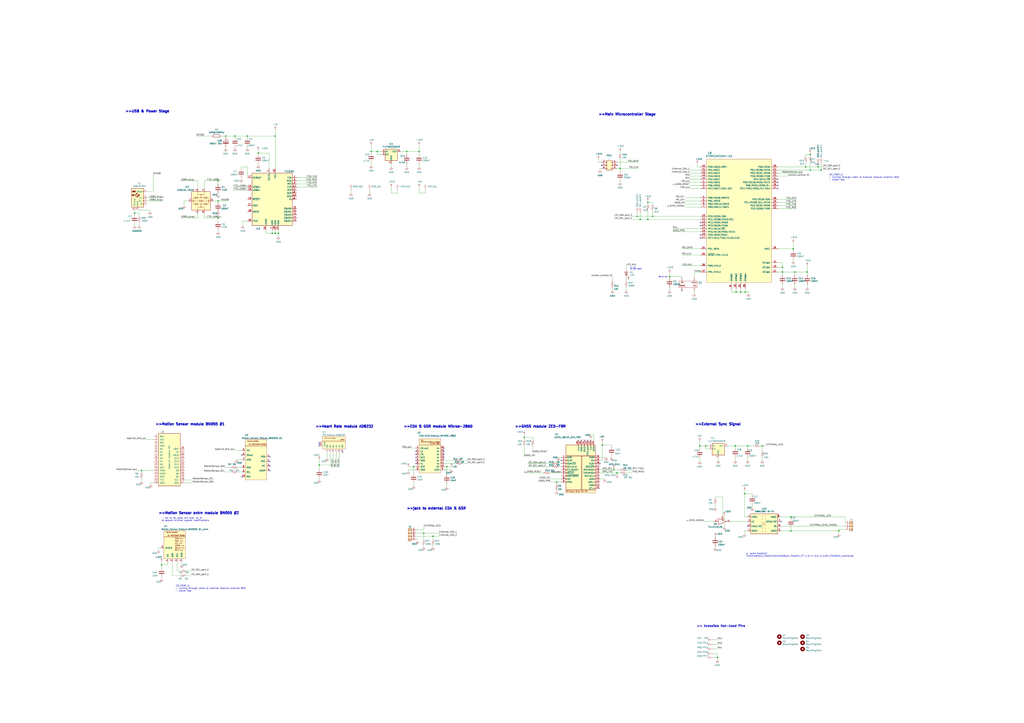
<source format=kicad_sch>
(kicad_sch (version 20230121) (generator eeschema)
  (paper "A1")
  (junction (at 611.505 405.765))
  (junction (at 579.755 366.395))
  (junction (at 494.665 365.76))
  (junction (at 339.725 383.54))
  (junction (at 179.07 179.07))
  (junction (at 649.605 436.245))
  (junction (at 603.885 366.395))
  (junction (at 347.98 438.15))
  (junction (at 642.62 219.71))
  (junction (at 665.48 127))
  (junction (at 334.01 124.46))
  (junction (at 642.62 223.52))
  (junction (at 523.24 177.8))
  (junction (at 304.8 124.46))
  (junction (at 179.07 165.1))
  (junction (at 688.975 436.245))
  (junction (at 649.605 424.815))
  (junction (at 228.6 191.77))
  (junction (at 506.73 388.62))
  (junction (at 662.94 223.52))
  (junction (at 110.49 175.26))
  (junction (at 344.17 124.46))
  (junction (at 132.715 464.185))
  (junction (at 532.13 180.34))
  (junction (at 651.51 204.47))
  (junction (at 179.07 148.59))
  (junction (at 614.045 366.395))
  (junction (at 193.04 111.76))
  (junction (at 355.6 440.69))
  (junction (at 671.83 137.16))
  (junction (at 509.27 138.43))
  (junction (at 535.94 177.8))
  (junction (at 674.37 139.7))
  (junction (at 574.675 366.395))
  (junction (at 504.19 386.08))
  (junction (at 608.33 240.03))
  (junction (at 203.2 111.76))
  (junction (at 223.52 191.77))
  (junction (at 525.78 180.34))
  (junction (at 589.28 540.385))
  (junction (at 430.53 359.41))
  (junction (at 226.06 111.76))
  (junction (at 665.48 139.7))
  (junction (at 652.78 223.52))
  (junction (at 116.205 386.715))
  (junction (at 661.67 137.16))
  (junction (at 226.06 191.77))
  (junction (at 185.42 111.76))
  (junction (at 367.03 383.54))
  (junction (at 457.2 396.24))
  (junction (at 612.14 240.03))
  (junction (at 212.09 125.73))
  (junction (at 262.255 382.27))
  (junction (at 532.13 166.37))
  (junction (at 604.52 240.03))
  (junction (at 309.88 124.46))
  (junction (at 549.91 227.33))
  (junction (at 626.11 366.395))
  (no_connect (at 364.49 375.92))
  (no_connect (at 198.755 391.795))
  (no_connect (at 262.255 366.395))
  (no_connect (at 638.81 149.86))
  (no_connect (at 198.755 374.015))
  (no_connect (at 221.615 379.095))
  (no_connect (at 492.76 381))
  (no_connect (at 494.03 135.89))
  (no_connect (at 461.01 378.46))
  (no_connect (at 575.31 193.04))
  (no_connect (at 575.31 195.58))
  (no_connect (at 281.305 371.475))
  (no_connect (at 364.49 370.84))
  (no_connect (at 638.81 154.94))
  (no_connect (at 575.31 185.42))
  (no_connect (at 341.63 378.46))
  (no_connect (at 506.73 135.89))
  (no_connect (at 341.63 370.84))
  (no_connect (at 638.81 152.4))
  (no_connect (at 221.615 375.285))
  (no_connect (at 341.63 381))
  (no_connect (at 341.63 373.38))
  (no_connect (at 221.615 382.905))
  (no_connect (at 341.63 375.92))
  (no_connect (at 482.6 361.95))
  (no_connect (at 364.49 373.38))
  (no_connect (at 641.35 428.625))
  (no_connect (at 575.31 182.88))
  (no_connect (at 638.81 147.32))
  (no_connect (at 477.52 361.95))
  (no_connect (at 480.06 361.95))
  (no_connect (at 262.255 363.855))
  (no_connect (at 221.615 386.715))
  (no_connect (at 262.255 365.125))
  (no_connect (at 614.045 432.435))
  (no_connect (at 560.07 238.76))
  (no_connect (at 364.49 368.3))
  (wire (pts (xy 652.78 226.06) (xy 652.78 223.52)))
  (wire (pts (xy 179.07 181.61) (xy 179.07 179.07)))
  (wire (pts (xy 326.39 158.75) (xy 326.39 156.21)))
  (wire (pts (xy 430.53 357.505) (xy 430.53 359.41)))
  (wire (pts (xy 608.33 240.03) (xy 612.14 240.03)))
  (wire (pts (xy 614.045 424.815) (xy 611.505 424.815)))
  (wire (pts (xy 148.59 469.265) (xy 145.415 469.265)))
  (wire (pts (xy 179.07 189.23) (xy 179.07 190.5)))
  (wire (pts (xy 575.31 170.18) (xy 562.61 170.18)))
  (wire (pts (xy 273.685 371.475) (xy 273.685 384.175)))
  (wire (pts (xy 549.91 238.76) (xy 549.91 236.22)))
  (wire (pts (xy 612.14 237.49) (xy 612.14 240.03)))
  (wire (pts (xy 617.855 414.655) (xy 617.855 417.195)))
  (wire (pts (xy 491.49 133.35) (xy 491.49 130.81)))
  (wire (pts (xy 492.76 139.7) (xy 492.76 138.43)))
  (wire (pts (xy 638.81 163.83) (xy 654.05 163.83)))
  (wire (pts (xy 649.605 436.245) (xy 688.975 436.245)))
  (wire (pts (xy 276.225 371.475) (xy 276.225 384.175)))
  (wire (pts (xy 535.94 166.37) (xy 532.13 166.37)))
  (wire (pts (xy 130.175 450.215) (xy 132.08 450.215)))
  (wire (pts (xy 575.31 137.16) (xy 572.77 137.16)))
  (wire (pts (xy 587.375 409.575) (xy 587.375 408.305)))
  (wire (pts (xy 675.64 139.7) (xy 674.37 139.7)))
  (wire (pts (xy 149.225 461.645) (xy 149.225 464.185)))
  (wire (pts (xy 335.28 387.35) (xy 335.28 386.08)))
  (wire (pts (xy 570.23 223.52) (xy 575.31 223.52)))
  (wire (pts (xy 638.81 171.45) (xy 654.05 171.45)))
  (wire (pts (xy 665.48 125.73) (xy 665.48 127)))
  (wire (pts (xy 575.31 139.7) (xy 566.42 139.7)))
  (wire (pts (xy 262.255 382.27) (xy 262.255 377.825)))
  (wire (pts (xy 212.09 125.73) (xy 212.09 123.19)))
  (wire (pts (xy 506.73 133.35) (xy 524.51 133.35)))
  (wire (pts (xy 509.27 138.43) (xy 506.73 138.43)))
  (wire (pts (xy 641.35 432.435) (xy 694.055 432.435)))
  (wire (pts (xy 492.76 388.62) (xy 506.73 388.62)))
  (wire (pts (xy 575.31 209.55) (xy 560.07 209.55)))
  (wire (pts (xy 162.56 148.59) (xy 162.56 154.94)))
  (wire (pts (xy 642.62 226.06) (xy 642.62 223.52)))
  (wire (pts (xy 651.51 205.74) (xy 651.51 204.47)))
  (wire (pts (xy 226.06 111.76) (xy 226.06 138.43)))
  (wire (pts (xy 532.13 180.34) (xy 575.31 180.34)))
  (wire (pts (xy 638.81 168.91) (xy 654.05 168.91)))
  (wire (pts (xy 523.24 177.8) (xy 535.94 177.8)))
  (wire (pts (xy 156.845 473.075) (xy 153.035 473.075)))
  (wire (pts (xy 652.78 233.68) (xy 652.78 236.22)))
  (wire (pts (xy 638.81 204.47) (xy 651.51 204.47)))
  (wire (pts (xy 288.29 158.75) (xy 288.29 156.21)))
  (wire (pts (xy 603.885 366.395) (xy 603.885 368.3)))
  (wire (pts (xy 487.68 357.505) (xy 485.14 357.505)))
  (wire (pts (xy 446.405 388.62) (xy 430.53 388.62)))
  (wire (pts (xy 589.915 378.46) (xy 589.915 376.555)))
  (wire (pts (xy 141.605 461.645) (xy 141.605 473.075)))
  (wire (pts (xy 642.62 215.9) (xy 642.62 219.71)))
  (wire (pts (xy 243.84 146.05) (xy 260.35 146.05)))
  (wire (pts (xy 611.505 405.765) (xy 611.505 424.815)))
  (wire (pts (xy 223.52 191.77) (xy 226.06 191.77)))
  (wire (pts (xy 638.81 223.52) (xy 642.62 223.52)))
  (wire (pts (xy 194.945 384.175) (xy 198.755 384.175)))
  (wire (pts (xy 364.49 378.46) (xy 373.38 378.46)))
  (wire (pts (xy 638.81 219.71) (xy 642.62 219.71)))
  (wire (pts (xy 612.14 240.03) (xy 614.68 240.03)))
  (wire (pts (xy 535.94 172.72) (xy 535.94 177.8)))
  (wire (pts (xy 437.515 359.41) (xy 430.53 359.41)))
  (wire (pts (xy 587.375 441.325) (xy 587.375 440.69)))
  (wire (pts (xy 509.27 386.08) (xy 504.19 386.08)))
  (wire (pts (xy 334.01 124.46) (xy 344.17 124.46)))
  (wire (pts (xy 549.91 227.33) (xy 560.07 227.33)))
  (wire (pts (xy 151.13 165.1) (xy 151.13 168.91)))
  (wire (pts (xy 341.63 440.69) (xy 355.6 440.69)))
  (wire (pts (xy 268.605 371.475) (xy 268.605 376.555)))
  (wire (pts (xy 575.31 147.32) (xy 566.42 147.32)))
  (wire (pts (xy 494.03 138.43) (xy 492.76 138.43)))
  (wire (pts (xy 509.27 125.73) (xy 509.27 124.46)))
  (wire (pts (xy 364.49 386.08) (xy 370.84 386.08)))
  (wire (pts (xy 114.3 182.88) (xy 114.3 185.42)))
  (wire (pts (xy 212.09 135.89) (xy 212.09 134.62)))
  (wire (pts (xy 560.07 204.47) (xy 575.31 204.47)))
  (wire (pts (xy 574.675 366.395) (xy 574.675 368.935)))
  (wire (pts (xy 638.81 142.24) (xy 659.13 142.24)))
  (wire (pts (xy 600.71 240.03) (xy 604.52 240.03)))
  (wire (pts (xy 114.3 175.26) (xy 114.3 177.8)))
  (wire (pts (xy 675.64 137.16) (xy 671.83 137.16)))
  (wire (pts (xy 344.17 158.75) (xy 349.25 158.75)))
  (wire (pts (xy 304.8 133.35) (xy 304.8 135.89)))
  (wire (pts (xy 198.12 147.32) (xy 198.12 146.05)))
  (wire (pts (xy 116.205 395.605) (xy 116.205 393.065)))
  (wire (pts (xy 661.67 127) (xy 661.67 128.27)))
  (wire (pts (xy 179.07 151.13) (xy 179.07 148.59)))
  (wire (pts (xy 688.975 434.975) (xy 688.975 436.245)))
  (wire (pts (xy 355.6 440.69) (xy 355.6 443.23)))
  (wire (pts (xy 617.855 405.765) (xy 611.505 405.765)))
  (wire (pts (xy 502.92 238.76) (xy 502.92 236.22)))
  (wire (pts (xy 262.255 385.445) (xy 262.255 382.27)))
  (wire (pts (xy 585.47 537.21) (xy 589.28 537.21)))
  (wire (pts (xy 192.405 370.205) (xy 198.755 370.205)))
  (wire (pts (xy 271.145 382.27) (xy 271.145 371.475)))
  (wire (pts (xy 494.665 365.76) (xy 494.665 378.46)))
  (wire (pts (xy 185.42 111.76) (xy 181.61 111.76)))
  (wire (pts (xy 218.44 189.23) (xy 218.44 191.77)))
  (wire (pts (xy 614.045 366.395) (xy 614.045 368.3)))
  (wire (pts (xy 487.68 357.505) (xy 487.68 361.95)))
  (wire (pts (xy 198.12 138.43) (xy 198.12 137.16)))
  (wire (pts (xy 458.47 381) (xy 461.01 381)))
  (wire (pts (xy 181.61 148.59) (xy 179.07 148.59)))
  (wire (pts (xy 367.03 383.54) (xy 367.03 389.89)))
  (wire (pts (xy 347.98 435.61) (xy 347.98 433.07)))
  (wire (pts (xy 614.045 375.92) (xy 614.045 378.46)))
  (wire (pts (xy 313.69 127) (xy 309.88 127)))
  (wire (pts (xy 494.03 133.35) (xy 491.49 133.35)))
  (wire (pts (xy 262.255 382.27) (xy 271.145 382.27)))
  (wire (pts (xy 134.62 162.56) (xy 120.65 162.56)))
  (wire (pts (xy 179.07 158.75) (xy 179.07 160.02)))
  (wire (pts (xy 671.83 134.62) (xy 671.83 137.16)))
  (wire (pts (xy 502.92 227.33) (xy 502.92 231.14)))
  (wire (pts (xy 304.8 124.46) (xy 304.8 119.38)))
  (wire (pts (xy 457.2 396.24) (xy 461.01 396.24)))
  (wire (pts (xy 575.31 152.4) (xy 566.42 152.4)))
  (wire (pts (xy 642.62 233.68) (xy 642.62 236.22)))
  (wire (pts (xy 194.945 387.985) (xy 198.755 387.985)))
  (wire (pts (xy 525.78 175.26) (xy 525.78 180.34)))
  (wire (pts (xy 492.76 386.08) (xy 504.19 386.08)))
  (wire (pts (xy 532.13 165.1) (xy 532.13 166.37)))
  (wire (pts (xy 579.755 366.395) (xy 579.755 368.935)))
  (wire (pts (xy 203.2 156.21) (xy 191.77 156.21)))
  (wire (pts (xy 220.98 138.43) (xy 220.98 125.73)))
  (wire (pts (xy 112.395 386.715) (xy 116.205 386.715)))
  (wire (pts (xy 552.45 190.5) (xy 575.31 190.5)))
  (wire (pts (xy 506.73 388.62) (xy 509.27 388.62)))
  (wire (pts (xy 461.01 375.92) (xy 458.47 375.92)))
  (wire (pts (xy 641.35 436.245) (xy 649.605 436.245)))
  (wire (pts (xy 626.11 375.92) (xy 626.11 378.46)))
  (wire (pts (xy 585.47 540.385) (xy 589.28 540.385)))
  (wire (pts (xy 347.98 438.15) (xy 360.68 438.15)))
  (wire (pts (xy 116.205 386.715) (xy 116.205 387.985)))
  (wire (pts (xy 198.12 137.16) (xy 203.2 137.16)))
  (wire (pts (xy 339.725 383.54) (xy 335.28 383.54)))
  (wire (pts (xy 457.2 403.86) (xy 457.2 402.59)))
  (wire (pts (xy 574.675 376.555) (xy 574.675 379.095)))
  (wire (pts (xy 649.605 436.245) (xy 649.605 433.705)))
  (wire (pts (xy 203.2 120.65) (xy 203.2 121.92)))
  (wire (pts (xy 173.99 111.76) (xy 161.29 111.76)))
  (wire (pts (xy 364.49 381) (xy 374.65 381)))
  (wire (pts (xy 378.46 378.46) (xy 383.54 378.46)))
  (wire (pts (xy 457.2 396.24) (xy 457.2 397.51)))
  (wire (pts (xy 509.27 140.97) (xy 509.27 138.43)))
  (wire (pts (xy 619.125 366.395) (xy 614.045 366.395)))
  (wire (pts (xy 304.8 124.46) (xy 309.88 124.46)))
  (wire (pts (xy 262.255 394.335) (xy 262.255 393.065)))
  (wire (pts (xy 603.885 366.395) (xy 614.045 366.395)))
  (wire (pts (xy 243.84 153.67) (xy 260.35 153.67)))
  (wire (pts (xy 642.62 223.52) (xy 652.78 223.52)))
  (wire (pts (xy 339.725 383.54) (xy 339.725 389.255)))
  (wire (pts (xy 578.485 428.625) (xy 586.105 428.625)))
  (wire (pts (xy 156.845 469.265) (xy 153.67 469.265)))
  (wire (pts (xy 189.865 384.175) (xy 184.785 384.175)))
  (wire (pts (xy 492.76 378.46) (xy 494.665 378.46)))
  (wire (pts (xy 662.94 223.52) (xy 662.94 218.44)))
  (wire (pts (xy 549.91 227.33) (xy 549.91 228.6)))
  (wire (pts (xy 594.995 429.895) (xy 594.995 433.07)))
  (wire (pts (xy 137.795 464.185) (xy 137.795 461.645)))
  (wire (pts (xy 651.51 213.36) (xy 651.51 214.63)))
  (wire (pts (xy 125.73 157.48) (xy 125.73 143.51)))
  (wire (pts (xy 626.11 366.395) (xy 629.285 366.395)))
  (wire (pts (xy 535.94 166.37) (xy 535.94 167.64)))
  (wire (pts (xy 151.765 396.875) (xy 158.115 396.875)))
  (wire (pts (xy 330.2 368.3) (xy 341.63 368.3)))
  (wire (pts (xy 120.65 165.1) (xy 134.62 165.1)))
  (wire (pts (xy 575.31 149.86) (xy 566.42 149.86)))
  (wire (pts (xy 560.07 228.6) (xy 560.07 227.33)))
  (wire (pts (xy 662.94 233.68) (xy 662.94 236.22)))
  (wire (pts (xy 614.68 241.3) (xy 614.68 240.03)))
  (wire (pts (xy 523.24 175.26) (xy 523.24 177.8)))
  (wire (pts (xy 642.62 219.71) (xy 642.62 223.52)))
  (wire (pts (xy 603.885 375.92) (xy 603.885 378.46)))
  (wire (pts (xy 309.88 124.46) (xy 313.69 124.46)))
  (wire (pts (xy 433.705 381) (xy 453.39 381)))
  (wire (pts (xy 451.485 388.62) (xy 461.01 388.62)))
  (wire (pts (xy 339.725 399.415) (xy 339.725 396.875)))
  (wire (pts (xy 458.47 383.54) (xy 461.01 383.54)))
  (wire (pts (xy 344.17 134.62) (xy 344.17 137.16)))
  (wire (pts (xy 688.975 436.245) (xy 688.975 438.785)))
  (wire (pts (xy 492.76 393.7) (xy 496.57 393.7)))
  (wire (pts (xy 587.375 414.655) (xy 587.375 417.195)))
  (wire (pts (xy 600.075 428.625) (xy 614.045 428.625)))
  (wire (pts (xy 193.04 113.03) (xy 193.04 111.76)))
  (wire (pts (xy 226.06 191.77) (xy 228.6 191.77)))
  (wire (pts (xy 379.73 381) (xy 383.54 381)))
  (wire (pts (xy 519.43 177.8) (xy 523.24 177.8)))
  (wire (pts (xy 212.09 127) (xy 212.09 125.73)))
  (wire (pts (xy 341.63 438.15) (xy 347.98 438.15)))
  (wire (pts (xy 278.765 371.475) (xy 278.765 384.175)))
  (wire (pts (xy 594.995 423.545) (xy 594.995 427.355)))
  (wire (pts (xy 344.17 119.38) (xy 344.17 124.46)))
  (wire (pts (xy 640.715 424.815) (xy 649.605 424.815)))
  (wire (pts (xy 116.205 386.715) (xy 126.365 386.715)))
  (wire (pts (xy 662.94 223.52) (xy 662.94 226.06)))
  (wire (pts (xy 514.35 218.44) (xy 514.35 220.98)))
  (wire (pts (xy 349.25 158.75) (xy 349.25 156.21)))
  (wire (pts (xy 179.07 148.59) (xy 167.64 148.59)))
  (wire (pts (xy 335.28 386.08) (xy 341.63 386.08)))
  (wire (pts (xy 334.01 124.46) (xy 334.01 127)))
  (wire (pts (xy 167.64 175.26) (xy 167.64 179.07)))
  (wire (pts (xy 649.605 424.815) (xy 694.055 424.815)))
  (wire (pts (xy 638.81 144.78) (xy 647.065 144.78)))
  (wire (pts (xy 110.49 175.26) (xy 114.3 175.26)))
  (wire (pts (xy 674.37 139.7) (xy 665.48 139.7)))
  (wire (pts (xy 110.49 185.42) (xy 110.49 184.15)))
  (wire (pts (xy 593.725 408.305) (xy 593.725 423.545)))
  (wire (pts (xy 661.67 137.16) (xy 638.81 137.16)))
  (wire (pts (xy 185.42 113.03) (xy 185.42 111.76)))
  (wire (pts (xy 223.52 189.23) (xy 223.52 191.77)))
  (wire (pts (xy 341.63 435.61) (xy 347.98 435.61)))
  (wire (pts (xy 132.715 461.645) (xy 132.715 464.185)))
  (wire (pts (xy 120.65 157.48) (xy 125.73 157.48)))
  (wire (pts (xy 203.2 146.05) (xy 203.2 137.16)))
  (wire (pts (xy 585.47 533.4) (xy 589.28 533.4)))
  (wire (pts (xy 226.06 106.68) (xy 226.06 111.76)))
  (wire (pts (xy 575.31 144.78) (xy 566.42 144.78)))
  (wire (pts (xy 355.6 440.69) (xy 360.68 440.69)))
  (wire (pts (xy 532.13 172.72) (xy 532.13 180.34)))
  (wire (pts (xy 243.84 151.13) (xy 260.35 151.13)))
  (wire (pts (xy 321.31 153.67) (xy 321.31 158.75)))
  (wire (pts (xy 148.59 148.59) (xy 162.56 148.59)))
  (wire (pts (xy 579.755 366.395) (xy 574.675 366.395)))
  (wire (pts (xy 179.07 179.07) (xy 181.61 179.07)))
  (wire (pts (xy 638.81 215.9) (xy 642.62 215.9)))
  (wire (pts (xy 651.51 204.47) (xy 651.51 199.39)))
  (wire (pts (xy 132.715 464.185) (xy 137.795 464.185)))
  (wire (pts (xy 674.37 134.62) (xy 674.37 139.7)))
  (wire (pts (xy 494.665 365.76) (xy 502.285 365.76)))
  (wire (pts (xy 430.53 359.41) (xy 430.53 361.315)))
  (wire (pts (xy 364.49 383.54) (xy 367.03 383.54)))
  (wire (pts (xy 123.825 398.145) (xy 123.825 396.875)))
  (wire (pts (xy 661.67 127) (xy 665.48 127)))
  (wire (pts (xy 367.03 397.51) (xy 367.03 400.05)))
  (wire (pts (xy 123.19 172.72) (xy 123.19 173.99)))
  (wire (pts (xy 652.78 223.52) (xy 662.94 223.52)))
  (wire (pts (xy 502.285 375.92) (xy 502.285 374.65)))
  (wire (pts (xy 585.47 529.59) (xy 589.28 529.59)))
  (wire (pts (xy 519.43 180.34) (xy 525.78 180.34)))
  (wire (pts (xy 321.31 158.75) (xy 326.39 158.75)))
  (wire (pts (xy 587.375 408.305) (xy 593.725 408.305)))
  (wire (pts (xy 189.865 387.985) (xy 184.785 387.985)))
  (wire (pts (xy 347.98 449.58) (xy 347.98 448.31)))
  (wire (pts (xy 600.71 237.49) (xy 600.71 240.03)))
  (wire (pts (xy 342.9 443.23) (xy 341.63 443.23)))
  (wire (pts (xy 145.415 469.265) (xy 145.415 461.645)))
  (wire (pts (xy 226.06 189.23) (xy 226.06 191.77)))
  (wire (pts (xy 110.49 172.72) (xy 110.49 175.26)))
  (wire (pts (xy 570.23 228.6) (xy 570.23 223.52)))
  (wire (pts (xy 185.42 120.65) (xy 185.42 121.92)))
  (wire (pts (xy 328.93 124.46) (xy 334.01 124.46)))
  (wire (pts (xy 575.31 154.94) (xy 566.42 154.94)))
  (wire (pts (xy 552.45 187.96) (xy 575.31 187.96)))
  (wire (pts (xy 130.175 452.12) (xy 130.175 450.215)))
  (wire (pts (xy 549.91 224.155) (xy 549.91 227.33)))
  (wire (pts (xy 524.51 138.43) (xy 509.27 138.43)))
  (wire (pts (xy 575.31 218.44) (xy 560.07 218.44)))
  (wire (pts (xy 203.2 111.76) (xy 193.04 111.76)))
  (wire (pts (xy 433.705 383.54) (xy 453.39 383.54)))
  (wire (pts (xy 132.715 466.725) (xy 132.715 464.185)))
  (wire (pts (xy 509.27 149.86) (xy 509.27 148.59)))
  (wire (pts (xy 226.06 111.76) (xy 203.2 111.76)))
  (wire (pts (xy 199.39 181.61) (xy 203.2 181.61)))
  (wire (pts (xy 162.56 175.26) (xy 162.56 179.07)))
  (wire (pts (xy 132.715 475.615) (xy 132.715 474.345)))
  (wire (pts (xy 430.53 366.395) (xy 430.53 375.285)))
  (wire (pts (xy 120.015 361.315) (xy 126.365 361.315)))
  (wire (pts (xy 492.76 375.92) (xy 497.84 375.92)))
  (wire (pts (xy 437.515 359.41) (xy 437.515 361.315)))
  (wire (pts (xy 585.47 525.78) (xy 589.28 525.78)))
  (wire (pts (xy 597.535 366.395) (xy 603.885 366.395)))
  (wire (pts (xy 151.13 165.1) (xy 154.94 165.1)))
  (wire (pts (xy 303.53 158.75) (xy 303.53 156.21)))
  (wire (pts (xy 347.98 438.15) (xy 347.98 443.23)))
  (wire (pts (xy 167.64 179.07) (xy 179.07 179.07)))
  (wire (pts (xy 562.61 165.1) (xy 575.31 165.1)))
  (wire (pts (xy 437.515 366.395) (xy 437.515 372.11)))
  (wire (pts (xy 304.8 125.73) (xy 304.8 124.46)))
  (wire (pts (xy 179.07 166.37) (xy 179.07 165.1)))
  (wire (pts (xy 617.855 405.765) (xy 617.855 407.035)))
  (wire (pts (xy 212.09 125.73) (xy 220.98 125.73)))
  (wire (pts (xy 671.83 137.16) (xy 661.67 137.16)))
  (wire (pts (xy 509.27 130.81) (xy 509.27 138.43)))
  (wire (pts (xy 572.77 137.16) (xy 572.77 134.62)))
  (wire (pts (xy 203.2 113.03) (xy 203.2 111.76)))
  (wire (pts (xy 309.88 127) (xy 309.88 124.46)))
  (wire (pts (xy 604.52 237.49) (xy 604.52 240.03)))
  (wire (pts (xy 665.48 139.7) (xy 638.81 139.7)))
  (wire (pts (xy 148.59 179.07) (xy 162.56 179.07)))
  (wire (pts (xy 228.6 194.31) (xy 228.6 191.77)))
  (wire (pts (xy 611.505 403.225) (xy 611.505 405.765)))
  (wire (pts (xy 334.01 134.62) (xy 334.01 137.16)))
  (wire (pts (xy 367.03 383.54) (xy 370.84 383.54)))
  (wire (pts (xy 694.055 424.815) (xy 694.055 429.895)))
  (wire (pts (xy 532.13 166.37) (xy 532.13 167.64)))
  (wire (pts (xy 494.665 365.76) (xy 494.665 363.22)))
  (wire (pts (xy 141.605 473.075) (xy 147.955 473.075)))
  (wire (pts (xy 193.04 120.65) (xy 193.04 121.92)))
  (wire (pts (xy 604.52 240.03) (xy 608.33 240.03)))
  (wire (pts (xy 626.11 370.84) (xy 626.11 366.395)))
  (wire (pts (xy 575.31 142.24) (xy 566.42 142.24)))
  (wire (pts (xy 661.67 133.35) (xy 661.67 137.16)))
  (wire (pts (xy 649.605 424.815) (xy 649.605 426.085)))
  (wire (pts (xy 694.055 434.975) (xy 688.975 434.975)))
  (wire (pts (xy 535.94 177.8) (xy 575.31 177.8)))
  (wire (pts (xy 624.205 366.395) (xy 626.11 366.395)))
  (wire (pts (xy 113.03 172.72) (xy 123.19 172.72)))
  (wire (pts (xy 203.2 153.67) (xy 191.77 153.67)))
  (wire (pts (xy 589.28 537.21) (xy 589.28 540.385)))
  (wire (pts (xy 574.675 366.395) (xy 574.675 362.585)))
  (wire (pts (xy 198.755 377.825) (xy 194.31 377.825)))
  (wire (pts (xy 611.505 438.785) (xy 611.505 436.245)))
  (wire (pts (xy 582.295 368.935) (xy 579.755 368.935)))
  (wire (pts (xy 514.35 388.62) (xy 519.43 388.62)))
  (wire (pts (xy 562.61 162.56) (xy 575.31 162.56)))
  (wire (pts (xy 344.17 124.46) (xy 344.17 127)))
  (wire (pts (xy 589.28 542.29) (xy 589.28 540.385)))
  (wire (pts (xy 199.39 185.42) (xy 199.39 181.61)))
  (wire (pts (xy 611.505 436.245) (xy 614.045 436.245)))
  (wire (pts (xy 452.12 396.24) (xy 457.2 396.24)))
  (wire (pts (xy 341.63 383.54) (xy 339.725 383.54)))
  (wire (pts (xy 193.04 111.76) (xy 185.42 111.76)))
  (wire (pts (xy 665.48 127) (xy 665.48 128.27)))
  (wire (pts (xy 638.81 166.37) (xy 654.05 166.37)))
  (wire (pts (xy 514.35 386.08) (xy 519.43 386.08)))
  (wire (pts (xy 218.44 191.77) (xy 223.52 191.77)))
  (wire (pts (xy 123.825 396.875) (xy 126.365 396.875)))
  (wire (pts (xy 342.9 444.5) (xy 342.9 443.23)))
  (wire (pts (xy 151.765 394.335) (xy 158.115 394.335)))
  (wire (pts (xy 502.285 367.03) (xy 502.285 365.76)))
  (wire (pts (xy 562.864 167.64) (xy 575.31 167.64)))
  (wire (pts (xy 179.07 165.1) (xy 175.26 165.1)))
  (wire (pts (xy 525.78 180.34) (xy 532.13 180.34)))
  (wire (pts (xy 582.295 366.395) (xy 579.755 366.395)))
  (wire (pts (xy 179.07 165.1) (xy 187.96 165.1)))
  (wire (pts (xy 321.31 134.62) (xy 321.31 137.16)))
  (wire (pts (xy 228.6 191.77) (xy 228.6 189.23)))
  (wire (pts (xy 110.49 175.26) (xy 110.49 176.53)))
  (wire (pts (xy 452.12 393.7) (xy 461.01 393.7)))
  (wire (pts (xy 514.35 231.14) (xy 514.35 228.6)))
  (wire (pts (xy 344.17 153.67) (xy 344.17 158.75)))
  (wire (pts (xy 570.23 241.3) (xy 570.23 238.76)))
  (wire (pts (xy 355.6 449.58) (xy 355.6 448.31)))
  (wire (pts (xy 587.375 448.945) (xy 587.375 450.215)))
  (wire (pts (xy 665.48 133.35) (xy 665.48 139.7)))
  (wire (pts (xy 243.84 148.59) (xy 260.35 148.59)))
  (wire (pts (xy 514.35 238.76) (xy 514.35 236.22)))
  (wire (pts (xy 608.33 237.49) (xy 608.33 240.03)))
  (wire (pts (xy 167.64 148.59) (xy 167.64 154.94)))
  (text "o  outro footprint\nTerminalBlock_Phoenix:TerminalBlock_Phoenix_PT-1,5-4-3.5-H_1x04_P3.50mm_Horizontal" (at 612.775 457.835 0) (effects (font (size 1.27 1.27)) (justify left bottom)))
  (text ">>External Sync Signal" (at 570.865 349.885 0) (effects (font (size 2.032 2.032) (thickness 1.27) bold) (justify left bottom)))
  (text "8.5 mA max." (at 541.02 227.965 0) (effects (font (size 0.762 0.762)) (justify left bottom)))
  (text ">>Motion Sensor extrn module BN055 #2\n" (at 130.175 422.91 0) (effects (font (size 2.032 2.032) (thickness 1.27) bold) (justify left bottom)))
  (text ">>Heart Rate module AD8232" (at 259.08 351.79 0) (effects (font (size 2.032 2.032) (thickness 1.27) bold) (justify left bottom)))
  (text ">>jack to external EDA % GSR\n" (at 334.01 419.1 0) (effects (font (size 2.032 2.032) (thickness 1.27) bold) (justify left bottom)))
  (text "I2C_PORT_E:\n- running through cable to external module: external BNO\n- slower bps" (at 144.145 486.41 0) (effects (font (size 1.27 1.27)) (justify left bottom)))
  (text "Vf = 2V\nWe need ~5.5mA" (at 517.525 221.615 0) (effects (font (size 0.762 0.762)) (justify left bottom)))
  (text ">>Motion Sensor module BN055 #1" (at 127.635 349.885 0) (effects (font (size 2.032 2.032) (thickness 1.27) bold) (justify left bottom)))
  (text ">> Acessible Not-Used Pins\n" (at 572.135 515.62 0) (effects (font (size 1.778 1.778) (thickness 0.3556) bold) (justify left bottom)))
  (text "- not to be used, but kept 'as is' \nto assure minimal system modifications " (at 132.715 428.625 0) (effects (font (size 1.27 1.27)) (justify left bottom)))
  (text ">>USB & Power Stage" (at 102.87 92.71 0) (effects (font (size 2.032 2.032) (thickness 1.27) bold) (justify left bottom)))
  (text ">>Main Microcontroller Stage" (at 491.49 95.25 0) (effects (font (size 2.032 2.032) (thickness 1.27) bold) (justify left bottom)))
  (text "I2C_PORT_E:\n- running through cable to external module: external BNO\n- slower bps" (at 680.72 148.59 0) (effects (font (size 1.27 1.27)) (justify left bottom)))
  (text ">>GNSS module ZED-F9R" (at 422.91 351.79 0) (effects (font (size 2.032 2.032) (thickness 1.27) bold) (justify left bottom)))
  (text ">>EDA % GSR module Mikroe-2860" (at 331.47 351.79 0) (effects (font (size 2.032 2.032) (thickness 1.27) bold) (justify left bottom)))
  (label "I2C_SDA_port_C" (at 433.705 381 0))
  (label "MotionSensor_SCL" (at 184.785 387.985 180))
  (label "GNSS_RESET" (at 437.515 372.11 0))
  (label "GPS_TXO" (at 494.665 388.62 0))
  (label "LED_AUX" (at 514.35 218.44 0))
  (label "FTDI_RXD" (at 260.35 148.59 180))
  (label "I2C_SCL_port_E" (at 675.64 139.7 0))
  (label "version_control_IO" (at 502.92 227.33 180))
  (label "EDA_out" (at 566.42 154.94 180))
  (label "Adafruit_3V3_out" (at 192.405 370.205 180))
  (label "I2C_SDA_port_C" (at 383.54 378.46 0))
  (label "PDI_DATA" (at 560.07 204.47 0))
  (label "I2C_SDA_port_E" (at 156.845 473.075 0))
  (label "u_GNSS_RESET" (at 430.53 388.62 0))
  (label "FTDI_TXD" (at 260.35 146.05 180))
  (label "PA3" (at 566.42 144.78 180))
  (label "USBD_plug+" (at 148.59 179.07 0))
  (label "5VUSB" (at 187.96 165.1 180))
  (label "External_EDA_2" (at 360.68 440.69 0))
  (label "MotionSensor_SCL" (at 158.115 394.335 0))
  (label "EXTERNAL_3V3" (at 629.285 366.395 0))
  (label "I2C_SCL_port_E" (at 156.845 469.265 0))
  (label "u_SYNC_SIGNAL" (at 578.485 428.625 180))
  (label "I2C_SCL_port_C" (at 433.705 383.54 0))
  (label "PA3" (at 589.28 529.59 0))
  (label "MotionSensor_SDA" (at 158.115 396.875 0))
  (label "u_GNSS_RESET" (at 566.42 152.4 180))
  (label "EXTERNAL_3V3" (at 668.655 424.815 0))
  (label "HR_LO+" (at 278.765 384.175 90))
  (label "GNSS_PPS" (at 552.45 190.5 0))
  (label "I2C_SDA_port_E" (at 675.64 137.16 0))
  (label "PC4" (at 589.28 525.78 0))
  (label "I2C_SDA_port_C" (at 519.43 177.8 180))
  (label "version_control_IO" (at 647.065 144.78 0))
  (label "Adafruit_3V3_out" (at 120.015 361.315 180))
  (label "PA4" (at 589.28 533.4 0))
  (label "USBD_plug-" (at 148.59 148.59 0))
  (label "EDA_out" (at 330.2 368.3 0))
  (label "FTDI_RTS" (at 654.05 163.83 180))
  (label "GPS_RXI" (at 494.665 386.08 0))
  (label "GNSS_RESET" (at 452.755 388.62 0) (effects (font (size 0.889 0.889))))
  (label "PC4" (at 552.45 187.96 0))
  (label "HR_out" (at 566.42 149.86 180))
  (label "HR_LO-" (at 562.61 162.56 180))
  (label "5VUSB" (at 125.73 143.51 0))
  (label "HR_out" (at 273.685 384.175 90))
  (label "HR_LO+" (at 562.61 165.1 180))
  (label "GNSS_INT" (at 430.53 375.285 0))
  (label "X1osc" (at 570.23 223.52 0))
  (label "PDI_CLK" (at 524.51 138.43 180))
  (label "FTDI_CTS" (at 260.35 153.67 180))
  (label "FTDI_CTS" (at 654.05 166.37 180))
  (label "FTDI_USBD+" (at 181.61 179.07 180))
  (label "FTDI_RXD" (at 654.05 171.45 180))
  (label "PDI_CLK" (at 560.07 209.55 0))
  (label "GNSS_PPS" (at 452.12 396.24 180))
  (label "EXTERNAL_SYNC_SIGNAL" (at 687.705 432.435 180))
  (label "FTDI_USBD+" (at 191.77 153.67 0))
  (label "I2C_SCL_port_C" (at 519.43 180.34 180))
  (label "I2C_SCL_port_C" (at 383.54 381 0))
  (label "MotionSensor_SDA" (at 184.785 384.175 180))
  (label "FTDI_RTS" (at 260.35 151.13 180))
  (label "LED_AUX" (at 560.07 218.44 0))
  (label "External_EDA_1" (at 360.68 438.15 0))
  (label "MotionSensor_out" (at 112.395 386.715 180))
  (label "FTDI_TXD" (at 654.05 168.91 180))
  (label "FTDI_USBD-" (at 191.77 156.21 0))
  (label "EXTERNAL_3V3" (at 347.98 433.07 0))
  (label "PC6_RXD1" (at 519.43 388.62 0))
  (label "5VUSB" (at 161.29 111.76 0))
  (label "FTDI_USBD-" (at 181.61 148.59 180))
  (label "External_EDA_1" (at 566.42 139.7 180))
  (label "External_EDA_2" (at 566.42 142.24 180))
  (label "u_SYNC_SIGNAL" (at 562.61 170.18 180))
  (label "USBD_plug+" (at 134.62 162.56 180))
  (label "GNSS_INT" (at 562.864 167.64 180))
  (label "GNSS_INT" (at 452.12 393.7 180))
  (label "MotionSensor_out" (at 659.13 142.24 180))
  (label "PDI_DATA" (at 524.51 133.35 180))
  (label "USBD_plug-" (at 134.62 165.1 180))
  (label "HR_LO-" (at 276.225 384.175 90))
  (label "PA4" (at 566.42 147.32 180))
  (label "PC7_TXD1" (at 519.43 386.08 0))
  (symbol (lib_id "EmotionalCities_lib:FT232RL") (at 223.52 163.83 0) (unit 1)
    (property "Reference" "IC3" (at 212.09 187.96 0))
    (property "Value" "FT232RL" (at 233.68 140.97 0) (effects (justify left)))
    (property "Footprint" "Package_SO:SSOP-28_5.3x10.2mm_P0.65mm" (effects hide))
  )
  (symbol (lib_id "power:GND") (at 228.6 194.31 0) (unit 1)
    (property "Reference" "#PWR0101" (effects hide))
    (property "Value" "GND" (at 228.727 198.7042 0))
  )
  (symbol (lib_id "power:GND") (at 199.39 185.42 0) (unit 1)
    (property "Reference" "#PWR0102" (effects hide))
    (property "Value" "GND" (at 199.517 189.8142 0))
  )
  (symbol (lib_id "Device:C") (at 179.07 170.18 0) (unit 1)
    (property "Reference" "C3" (at 182.88 168.91 0) (effects (justify left)))
    (property "Value" "100nF" (at 181.61 171.45 0) (effects (justify left)))
    (property "Footprint" "Capacitor_SMD:C_0402_1005Metric_Pad0.74x0.62mm_HandSolder" (effects hide))
    (property "digikey ref" "1276-CL05B104KB54PNCCT-ND" (effects hide))
    (property "mnfc ref" "CL05B104KB54PNC" (effects hide))
    (property "notes" "-" (effects hide))
  )
  (symbol (lib_id "Device:C") (at 179.07 185.42 0) (unit 1)
    (property "Reference" "C6" (at 181.991 184.2516 0) (effects (justify left)))
    (property "Value" "47pF" (at 181.991 186.563 0) (effects (justify left)))
    (property "Footprint" "Capacitor_SMD:C_0402_1005Metric_Pad0.74x0.62mm_HandSolder" (effects hide))
    (property "digikey ref" "478-1078-1-ND" (effects hide))
    (property "mnfc ref" "04025A470JAT2A" (effects hide))
    (property "notes" "-" (effects hide))
  )
  (symbol (lib_id "Device:C") (at 179.07 154.94 0) (unit 1)
    (property "Reference" "C4" (at 181.991 153.7716 0) (effects (justify left)))
    (property "Value" "47pF" (at 181.991 156.083 0) (effects (justify left)))
    (property "Footprint" "Capacitor_SMD:C_0402_1005Metric_Pad0.74x0.62mm_HandSolder" (effects hide))
    (property "digikey ref" "478-1078-1-ND" (effects hide))
    (property "mnfc ref" "04025A470JAT2A" (effects hide))
    (property "notes" "-" (effects hide))
  )
  (symbol (lib_id "power:GND") (at 179.07 190.5 0) (unit 1)
    (property "Reference" "#PWR0103" (effects hide))
    (property "Value" "GND" (at 179.197 194.8942 0))
  )
  (symbol (lib_id "power:GND") (at 179.07 160.02 0) (unit 1)
    (property "Reference" "#PWR0104" (effects hide))
    (property "Value" "GND" (at 176.53 160.02 0))
  )
  (symbol (lib_id "power:+5V") (at 226.06 106.68 0) (unit 1)
    (property "Reference" "#PWR0105" (effects hide))
    (property "Value" "+5V" (at 226.441 102.2858 0))
  )
  (symbol (lib_id "power:+3V3") (at 212.09 123.19 0) (unit 1)
    (property "Reference" "#PWR0106" (effects hide))
    (property "Value" "+3V3" (at 217.17 121.92 0))
  )
  (symbol (lib_id "Device:C") (at 203.2 116.84 0) (mirror y) (unit 1)
    (property "Reference" "C5" (at 207.01 114.3 0) (effects (justify left)))
    (property "Value" "100nF" (at 209.55 119.38 0) (effects (justify left)))
    (property "Footprint" "Capacitor_SMD:C_0402_1005Metric_Pad0.74x0.62mm_HandSolder" (effects hide))
    (property "digikey ref" "1276-CL05B104KB54PNCCT-ND" (effects hide))
    (property "mnfc ref" "CL05B104KB54PNC" (effects hide))
    (property "notes" "-" (effects hide))
  )
  (symbol (lib_id "Device:C") (at 212.09 130.81 0) (unit 1)
    (property "Reference" "C9" (at 215.011 129.6416 0) (effects (justify left)))
    (property "Value" "100nF" (at 215.011 131.953 0) (effects (justify left)))
    (property "Footprint" "Capacitor_SMD:C_0402_1005Metric_Pad0.74x0.62mm_HandSolder" (effects hide))
    (property "digikey ref" "1276-CL05B104KB54PNCCT-ND" (effects hide))
    (property "mnfc ref" "CL05B104KB54PNC" (effects hide))
    (property "notes" "-" (effects hide))
  )
  (symbol (lib_id "Device:C") (at 193.04 116.84 0) (mirror y) (unit 1)
    (property "Reference" "C52" (at 198.12 114.3 0) (effects (justify left)))
    (property "Value" "4.7uF" (at 199.39 119.38 0) (effects (justify left)))
    (property "Footprint" "Capacitor_SMD:C_0603_1608Metric_Pad1.08x0.95mm_HandSolder" (effects hide))
    (property "digikey ref" "445-7478-1-ND" (effects hide))
    (property "mnfc ref" "C1608X5R1C475K080AC" (effects hide))
    (property "notes" "-" (effects hide))
  )
  (symbol (lib_id "power:GND") (at 203.2 121.92 0) (mirror y) (unit 1)
    (property "Reference" "#PWR0107" (effects hide))
    (property "Value" "GND" (at 203.073 126.3142 0))
  )
  (symbol (lib_id "power:GND") (at 193.04 121.92 0) (mirror y) (unit 1)
    (property "Reference" "#PWR0108" (effects hide))
    (property "Value" "GND" (at 192.913 126.3142 0))
  )
  (symbol (lib_id "power:GND") (at 212.09 135.89 0) (unit 1)
    (property "Reference" "#PWR0109" (effects hide))
    (property "Value" "GND" (at 212.217 140.2842 0))
  )
  (symbol (lib_id "Device:C") (at 198.12 142.24 180) (unit 1)
    (property "Reference" "C7" (at 191.77 140.97 0) (effects (justify right)))
    (property "Value" "100nF" (at 189.23 143.51 0) (effects (justify right)))
    (property "Footprint" "Capacitor_SMD:C_0402_1005Metric_Pad0.74x0.62mm_HandSolder" (effects hide))
    (property "digikey ref" "1276-CL05B104KB54PNCCT-ND" (effects hide))
    (property "mnfc ref" "CL05B104KB54PNC" (effects hide))
    (property "notes" "-" (effects hide))
  )
  (symbol (lib_id "power:GND") (at 198.12 147.32 0) (unit 1)
    (property "Reference" "#PWR0110" (effects hide))
    (property "Value" "GND" (at 194.31 148.59 0))
  )
  (symbol (lib_id "power:GND") (at 110.49 185.42 0) (unit 1)
    (property "Reference" "#PWR0111" (effects hide))
    (property "Value" "GND" (at 110.617 189.8142 0))
  )
  (symbol (lib_id "power:GND") (at 114.3 185.42 0) (unit 1)
    (property "Reference" "#PWR0112" (effects hide))
    (property "Value" "GND" (at 114.427 189.8142 0))
  )
  (symbol (lib_id "Device:C") (at 110.49 180.34 0) (unit 1)
    (property "Reference" "C2" (at 105.41 177.8 0) (effects (justify left)))
    (property "Value" "4.7nF" (at 101.6 181.61 0) (effects (justify left)))
    (property "Footprint" "Capacitor_SMD:C_0402_1005Metric_Pad0.74x0.62mm_HandSolder" (effects hide))
    (property "digikey ref" "478-5767-1-ND" (effects hide))
    (property "mnfc ref" "04025C472JAT2A" (effects hide))
    (property "notes" "-" (effects hide))
  )
  (symbol (lib_id "Device:R_Small_US") (at 114.3 180.34 0) (unit 1)
    (property "Reference" "R69" (at 116.0272 179.1716 0) (effects (justify left)))
    (property "Value" "100R" (at 116.0272 181.483 0) (effects (justify left)))
    (property "Footprint" "Resistor_SMD:R_0402_1005Metric_Pad0.72x0.64mm_HandSolder" (effects hide))
    (property "digikey ref" "2037-PFR05S-101-FNHCT-ND" (effects hide))
    (property "mnfc ref" "PFR05S-101-FNH" (effects hide))
    (property "notes" "-" (effects hide))
  )
  (symbol (lib_id "Device:R_Small_US") (at 377.19 381 270) (unit 1)
    (property "Reference" "R12" (at 373.38 379.73 90) (effects (justify left)))
    (property "Value" "0R" (at 378.46 379.73 90) (effects (justify left)))
    (property "Footprint" "Resistor_SMD:R_0402_1005Metric_Pad0.72x0.64mm_HandSolder" (effects hide))
    (property "digikey ref" "RMCF0402ZT0R00CT-ND" (effects hide))
    (property "mnfc ref" "RMCF0402ZT0R00" (effects hide))
    (property "notes" "-" (effects hide))
  )
  (symbol (lib_id "Device:R_Small_US") (at 375.92 378.46 270) (unit 1)
    (property "Reference" "R11" (at 372.11 377.19 90) (effects (justify left)))
    (property "Value" "0R" (at 377.19 377.19 90) (effects (justify left)))
    (property "Footprint" "Resistor_SMD:R_0402_1005Metric_Pad0.72x0.64mm_HandSolder" (effects hide))
    (property "digikey ref" "RMCF0402ZT0R00CT-ND" (effects hide))
    (property "mnfc ref" "RMCF0402ZT0R00" (effects hide))
    (property "notes" "-" (effects hide))
  )
  (symbol (lib_id "EmotionalCities_lib:XMEGA-A4-AU") (at 605.79 189.23 0) (unit 1)
    (property "Reference" "U6" (at 582.93 125.73 0) (effects (font (size 1.6256 1.6256))))
    (property "Value" "ATXMEGA32A4-AU" (at 590.55 128.27 0) (effects (font (size 1.6256 1.6256))))
    (property "Footprint" "Package_QFP:TQFP-44_10x10mm_P0.8mm" (effects hide))
    (property "digikey ref" "ATXMEGA32A4-AU-ND" (effects hide))
    (property "mnfc ref" "ATXMEGA32A4-AU" (effects hide))
    (property "notes" "-" (effects hide))
  )
  (symbol (lib_id "Connector:USB_B_Mini") (at 113.03 162.56 0) (unit 1)
    (property "Reference" "J1" (at 114.4778 150.6982 0))
    (property "Value" "USB_B_Mini" (at 114.4778 153.0096 0))
    (property "Footprint" "pluma Lybrary:mini_USB" (effects hide))
    (property "digikey ref" "H2960TR-ND" (effects hide))
    (property "mnfc ref" "UX60-MB-5S8" (effects hide))
    (property "notes" "-" (effects hide))
  )
  (symbol (lib_id "Power_Protection:USBLC6-2SC6") (at 165.1 165.1 270) (mirror x) (unit 1)
    (property "Reference" "IC2" (at 153.67 153.67 90))
    (property "Value" "USBLC6-2SC6" (at 152.4 156.21 90))
    (property "Footprint" "Package_TO_SOT_SMD:SOT-23-6" (effects hide))
    (property "Datasheet" "https://www.st.com/resource/en/datasheet/usblc6-2.pdf" (effects hide))
    (property "digikey ref" "497-5235-1-ND" (effects hide))
    (property "mnfc ref" "USBLC6-2SC6" (effects hide))
    (property "notes" "-" (effects hide))
  )
  (symbol (lib_id "power:GND") (at 514.35 238.76 0) (unit 1)
    (property "Reference" "#PWR011" (effects hide))
    (property "Value" "GND" (at 514.477 243.1542 0))
  )
  (symbol (lib_id "Device:R_Small_US") (at 661.67 130.81 0) (mirror y) (unit 1)
    (property "Reference" "R13" (at 660.4 132.08 0) (effects (justify left)))
    (property "Value" "3k3" (at 660.4 134.62 0) (effects (justify left)))
    (property "Footprint" "Resistor_SMD:R_0402_1005Metric_Pad0.72x0.64mm_HandSolder" (effects hide))
    (property "digikey ref" "A130361CT-ND" (effects hide))
    (property "mnfc ref" "CRGP0402F3K3" (effects hide))
    (property "notes" "-" (effects hide))
  )
  (symbol (lib_id "Device:R_Small_US") (at 665.48 130.81 0) (mirror y) (unit 1)
    (property "Reference" "R14" (at 669.29 130.81 0) (effects (justify left)))
    (property "Value" "3k3" (at 669.29 133.35 0) (effects (justify left)))
    (property "Footprint" "Resistor_SMD:R_0402_1005Metric_Pad0.72x0.64mm_HandSolder" (effects hide))
    (property "digikey ref" "A130361CT-ND" (effects hide))
    (property "mnfc ref" "CRGP0402F3K3" (effects hide))
    (property "notes" "-" (effects hide))
  )
  (symbol (lib_id "power:+3V3") (at 665.48 125.73 0) (mirror y) (unit 1)
    (property "Reference" "#PWR01" (effects hide))
    (property "Value" "+3V3" (at 666.75 121.92 0))
  )
  (symbol (lib_id "power:GND") (at 268.605 376.555 0) (unit 1)
    (property "Reference" "#PWR029" (effects hide))
    (property "Value" "GND" (at 266.065 379.095 0))
  )
  (symbol (lib_id "power:+3V3") (at 262.255 377.825 0) (unit 1)
    (property "Reference" "#PWR028" (effects hide))
    (property "Value" "+3V3" (at 259.715 374.015 0))
  )
  (symbol (lib_id "Connector:TestPoint") (at 525.78 175.26 0) (mirror y) (unit 1)
    (property "Reference" "SCL_portC1" (at 525.78 170.18 90) (effects (justify left)))
    (property "Value" "n.a." (effects hide))
    (property "Footprint" "TestPoint:TestPoint_Pad_1.0x1.0mm" (effects hide))
    (property "digikey ref" "n.a." (effects hide))
    (property "mnfc ref" "n.a." (effects hide))
    (property "notes" "-" (effects hide))
  )
  (symbol (lib_id "Connector:TestPoint") (at 523.24 175.26 0) (mirror y) (unit 1)
    (property "Reference" "SDA_portC1" (at 523.24 170.18 90) (effects (justify left)))
    (property "Value" "n.a." (effects hide))
    (property "Footprint" "TestPoint:TestPoint_Pad_1.0x1.0mm" (effects hide))
    (property "digikey ref" "n.a." (effects hide))
    (property "mnfc ref" "n.a." (effects hide))
    (property "notes" "-" (effects hide))
  )
  (symbol (lib_id "EmotionalCities_lib:Motion_Sensor_Module_BNO055_conn") (at 143.51 454.025 0) (unit 1)
    (property "Reference" "U7" (at 134.62 432.435 0) (effects (justify left)))
    (property "Value" "Motion_Sensor_Module_BNO055 #1_conn" (at 151.765 434.975 0))
    (property "Footprint" "pluma Lybrary:MQ172_4pin" (effects hide))
    (property "digikey ref" "H2794-ND" (effects hide))
    (property "mnfc ref" "MQ172X-4PA" (effects hide))
    (property "notes" "out-of-stock; Farnell available: https://pt.farnell.com/hirose-hrs/mq172x-4pa-30/connector-i-o-rcpt-1port-4pos/dp/2554950?st=mq172x-4pa" (effects hide))
  )
  (symbol (lib_id "Connector:TestPoint") (at 674.37 134.62 0) (mirror y) (unit 1)
    (property "Reference" "SCL_portE1" (at 674.37 129.54 90) (effects (justify left)))
    (property "Value" "n.a." (at 680.72 132.08 0) (effects (justify left)))
    (property "Footprint" "TestPoint:TestPoint_Pad_1.0x1.0mm" (effects hide))
    (property "digikey ref" "n.a." (effects hide))
    (property "mnfc ref" "n.a." (effects hide))
    (property "notes" "-" (effects hide))
  )
  (symbol (lib_id "Connector:TestPoint") (at 671.83 134.62 0) (mirror y) (unit 1)
    (property "Reference" "SDA_portE1" (at 671.83 129.54 90) (effects (justify left)))
    (property "Value" "n.a." (at 673.1 134.62 0) (effects (justify left)))
    (property "Footprint" "TestPoint:TestPoint_Pad_1.0x1.0mm" (effects hide))
    (property "digikey ref" "n.a." (effects hide))
    (property "mnfc ref" "n.a." (effects hide))
    (property "notes" "-" (effects hide))
  )
  (symbol (lib_id "Device:R_Small_US") (at 514.35 233.68 0) (unit 1)
    (property "Reference" "R37" (at 516.0772 232.5116 0) (effects (justify left)))
    (property "Value" "330R" (at 516.0772 234.823 0) (effects (justify left)))
    (property "Footprint" "Resistor_SMD:R_0402_1005Metric_Pad0.72x0.64mm_HandSolder" (effects hide))
    (property "digikey ref" "311-330LRCT-ND" (effects hide))
    (property "mnfc ref" "RC0402FR-07330RL" (effects hide))
    (property "notes" "-" (effects hide))
  )
  (symbol (lib_id "power:GND") (at 130.175 452.12 0) (unit 1)
    (property "Reference" "#PWR0149" (effects hide))
    (property "Value" "GND" (at 127 454.66 0))
  )
  (symbol (lib_id "Mechanical:MountingHole") (at 640.08 523.24 0) (unit 1)
    (property "Reference" "H1" (at 642.62 522.0716 0) (effects (justify left)))
    (property "Value" "MountingHole" (at 642.62 524.383 0) (effects (justify left)))
    (property "Footprint" "MountingHole:MountingHole_3.2mm_M3_ISO14580" (effects hide))
    (property "digikey ref" "n.a." (effects hide))
    (property "mnfc ref" "n.a." (effects hide))
    (property "notes" "-" (effects hide))
  )
  (symbol (lib_id "Mechanical:MountingHole") (at 640.08 528.32 0) (unit 1)
    (property "Reference" "H2" (at 642.62 527.1516 0) (effects (justify left)))
    (property "Value" "MountingHole" (at 642.62 529.463 0) (effects (justify left)))
    (property "Footprint" "MountingHole:MountingHole_3.2mm_M3_ISO14580" (effects hide))
    (property "digikey ref" "n.a." (effects hide))
    (property "mnfc ref" "n.a." (effects hide))
    (property "notes" "-" (effects hide))
  )
  (symbol (lib_id "Mechanical:MountingHole") (at 659.13 523.24 0) (unit 1)
    (property "Reference" "H3" (at 661.67 522.0716 0) (effects (justify left)))
    (property "Value" "MountingHole" (at 661.67 524.383 0) (effects (justify left)))
    (property "Footprint" "MountingHole:MountingHole_3.2mm_M3_ISO14580" (effects hide))
    (property "digikey ref" "n.a." (effects hide))
    (property "mnfc ref" "n.a." (effects hide))
    (property "notes" "-" (effects hide))
  )
  (symbol (lib_id "power:GND") (at 458.47 375.92 0) (unit 1)
    (property "Reference" "#PWR07" (effects hide))
    (property "Value" "GND" (at 455.93 375.92 0))
  )
  (symbol (lib_id "power:GND") (at 497.84 375.92 0) (unit 1)
    (property "Reference" "#PWR08" (effects hide))
    (property "Value" "GND" (at 497.84 379.73 0))
  )
  (symbol (lib_id "Device:R_Small_US") (at 455.93 381 90) (unit 1)
    (property "Reference" "R19" (at 454.66 379.73 90) (effects (justify left)))
    (property "Value" "0R" (at 459.74 379.73 90) (effects (justify left)))
    (property "Footprint" "Resistor_SMD:R_0402_1005Metric_Pad0.72x0.64mm_HandSolder" (effects hide))
    (property "digikey ref" "RMCF0402ZT0R00CT-ND" (effects hide))
    (property "mnfc ref" "RMCF0402ZT0R00" (effects hide))
    (property "notes" "-" (effects hide))
  )
  (symbol (lib_id "Device:R_Small_US") (at 455.93 383.54 90) (unit 1)
    (property "Reference" "R20" (at 454.66 382.27 90) (effects (justify left)))
    (property "Value" "0R" (at 459.74 382.27 90) (effects (justify left)))
    (property "Footprint" "Resistor_SMD:R_0402_1005Metric_Pad0.72x0.64mm_HandSolder" (effects hide))
    (property "digikey ref" "RMCF0402ZT0R00CT-ND" (effects hide))
    (property "mnfc ref" "RMCF0402ZT0R00" (effects hide))
    (property "notes" "-" (effects hide))
  )
  (symbol (lib_id "power:GND") (at 123.19 173.99 0) (unit 1)
    (property "Reference" "#PWR0160" (effects hide))
    (property "Value" "GND" (at 123.317 178.3842 0))
  )
  (symbol (lib_id "power:+3V3") (at 335.28 383.54 0) (unit 1)
    (property "Reference" "#PWR030" (effects hide))
    (property "Value" "+3V3" (at 331.47 381 0))
  )
  (symbol (lib_id "EmotionalCities_lib:74LVC1G125-74xGxx") (at 593.725 428.625 0) (unit 1)
    (property "Reference" "U8" (at 587.375 430.53 0))
    (property "Value" "74LVC1G125" (at 587.375 433.07 0))
    (property "Footprint" "Package_TO_SOT_SMD:SOT-23-5_HandSoldering" (effects hide))
    (property "digikey ref" "1727-3100-1-ND" (effects hide))
    (property "mnfc ref" "74LVC1G125GV,125" (effects hide))
    (property "notes" "-" (effects hide))
  )
  (symbol (lib_id "EmotionalCities_lib:Si8610BC-B-IS") (at 627.38 430.53 0) (unit 1)
    (property "Reference" "U10" (at 627.6848 418.0332 0))
    (property "Value" "Si8610BC-B-IS" (at 627.6848 420.3446 0))
    (property "Footprint" "Package_SO:SOIC-8_3.9x4.9mm_P1.27mm" (effects hide))
    (property "digikey ref" "336-2056-5-ND" (effects hide))
    (property "mnfc ref" "SI8610BC-B-IS" (effects hide))
    (property "notes" "n.a. none supplier!!" (effects hide))
  )
  (symbol (lib_id "power:GND") (at 335.28 387.35 0) (unit 1)
    (property "Reference" "#PWR031" (effects hide))
    (property "Value" "GND" (at 332.105 389.255 0))
  )
  (symbol (lib_id "power:GND") (at 370.84 386.08 0) (unit 1)
    (property "Reference" "#PWR033" (effects hide))
    (property "Value" "GND" (at 368.3 388.62 0))
  )
  (symbol (lib_id "power:+5V") (at 370.84 383.54 0) (unit 1)
    (property "Reference" "#PWR032" (effects hide))
    (property "Value" "+5V" (at 373.38 383.54 0))
  )
  (symbol (lib_id "power:GND") (at 496.57 393.7 0) (unit 1)
    (property "Reference" "#PWR09" (effects hide))
    (property "Value" "GND" (at 500.38 396.24 0))
  )
  (symbol (lib_id "Device:R_Small_US") (at 448.945 388.62 270) (unit 1)
    (property "Reference" "R15" (at 447.675 386.715 90) (effects (justify left)))
    (property "Value" "DNI" (at 452.12 386.715 90) (effects (justify left)))
    (property "Footprint" "Resistor_SMD:R_0402_1005Metric_Pad0.72x0.64mm_HandSolder" (effects hide))
    (property "digikey ref" "RMCF0402ZT0R00CT-ND" (effects hide))
    (property "mnfc ref" "RMCF0402ZT0R00" (effects hide))
    (property "notes" "-" (effects hide))
  )
  (symbol (lib_id "Device:R_Small_US") (at 437.515 363.855 180) (unit 1)
    (property "Reference" "R18" (at 436.245 362.585 0) (effects (justify left)))
    (property "Value" "10k" (at 435.61 365.125 0) (effects (justify left)))
    (property "Footprint" "Resistor_SMD:R_0402_1005Metric_Pad0.72x0.64mm_HandSolder" (effects hide))
    (property "digikey ref" "2037-PFR05S-103-FNHCT-ND" (effects hide))
    (property "mnfc ref" "PFR05S-103-FNH" (effects hide))
    (property "notes" "-" (effects hide))
  )
  (symbol (lib_id "power:GND") (at 614.68 241.3 0) (unit 1)
    (property "Reference" "#PWR0119" (effects hide))
    (property "Value" "GND" (at 614.807 245.6942 0))
  )
  (symbol (lib_id "power:+3V3") (at 430.53 357.505 0) (unit 1)
    (property "Reference" "#PWR06" (effects hide))
    (property "Value" "+3V3" (at 426.72 354.965 0))
  )
  (symbol (lib_id "EmotionalCities_lib:TLV70033") (at 589.915 368.935 0) (unit 1)
    (property "Reference" "IC1" (at 585.47 360.045 0))
    (property "Value" "TLV70033DDCR" (at 588.645 362.585 0))
    (property "Footprint" "Package_TO_SOT_SMD:SOT-23-5" (effects hide))
    (property "digikey ref" "296-27937-2-ND" (effects hide))
    (property "mnfc ref" "TLV70033DDCR" (effects hide))
    (property "notes" "out of stock; alt: AP2139AK-3.3TRG1" (effects hide))
  )
  (symbol (lib_id "Device:C") (at 574.675 372.745 0) (mirror y) (unit 1)
    (property "Reference" "C26" (at 574.04 370.205 0) (effects (justify left)))
    (property "Value" "4.7uF" (at 574.04 375.285 0) (effects (justify left)))
    (property "Footprint" "Capacitor_SMD:C_0603_1608Metric_Pad1.08x0.95mm_HandSolder" (effects hide))
    (property "digikey ref" "445-7478-1-ND" (effects hide))
    (property "mnfc ref" "C1608X5R1C475K080AC" (effects hide))
    (property "notes" "-" (effects hide))
  )
  (symbol (lib_id "power:GND") (at 574.675 379.095 0) (mirror y) (unit 1)
    (property "Reference" "#PWR045" (effects hide))
    (property "Value" "GND" (at 574.548 383.4892 0))
  )
  (symbol (lib_id "power:+5V") (at 574.675 362.585 0) (mirror y) (unit 1)
    (property "Reference" "#PWR025" (effects hide))
    (property "Value" "+5V" (at 574.294 358.1908 0))
  )
  (symbol (lib_id "Device:R_Small_US") (at 150.495 473.075 270) (mirror x) (unit 1)
    (property "Reference" "R5" (at 146.685 475.615 90) (effects (justify left)))
    (property "Value" "0R" (at 151.765 475.615 90) (effects (justify left)))
    (property "Footprint" "Resistor_SMD:R_0402_1005Metric_Pad0.72x0.64mm_HandSolder" (effects hide))
    (property "digikey ref" "RMCF0402ZT0R00CT-ND" (effects hide))
    (property "mnfc ref" "RMCF0402ZT0R00" (effects hide))
    (property "notes" "-" (effects hide))
  )
  (symbol (lib_id "Device:R_Small_US") (at 151.13 469.265 90) (mirror x) (unit 1)
    (property "Reference" "R4" (at 149.86 470.535 90) (effects (justify left)))
    (property "Value" "0R" (at 154.94 470.535 90) (effects (justify left)))
    (property "Footprint" "Resistor_SMD:R_0402_1005Metric_Pad0.72x0.64mm_HandSolder" (effects hide))
    (property "digikey ref" "RMCF0402ZT0R00CT-ND" (effects hide))
    (property "mnfc ref" "RMCF0402ZT0R00" (effects hide))
    (property "notes" "-" (effects hide))
  )
  (symbol (lib_id "power:+3V3") (at 132.715 461.645 0) (unit 1)
    (property "Reference" "#PWR02" (effects hide))
    (property "Value" "+3V3" (at 130.175 457.835 0))
  )
  (symbol (lib_id "power:GND") (at 149.225 464.185 0) (unit 1)
    (property "Reference" "#PWR03" (effects hide))
    (property "Value" "GND" (at 151.765 464.185 0))
  )
  (symbol (lib_id "power:GND") (at 589.915 378.46 0) (mirror y) (unit 1)
    (property "Reference" "#PWR049" (effects hide))
    (property "Value" "GND" (at 589.788 382.8542 0))
  )
  (symbol (lib_id "Device:C") (at 603.885 372.11 0) (mirror y) (unit 1)
    (property "Reference" "C28" (at 608.965 369.57 0) (effects (justify left)))
    (property "Value" "4.7uF" (at 610.235 374.65 0) (effects (justify left)))
    (property "Footprint" "Capacitor_SMD:C_0603_1608Metric_Pad1.08x0.95mm_HandSolder" (effects hide))
    (property "digikey ref" "445-7478-1-ND" (effects hide))
    (property "mnfc ref" "C1608X5R1C475K080AC" (effects hide))
    (property "notes" "-" (effects hide))
  )
  (symbol (lib_id "Device:C") (at 614.045 372.11 0) (mirror x) (unit 1)
    (property "Reference" "C29" (at 617.855 370.205 0) (effects (justify right)))
    (property "Value" "100nF" (at 621.03 374.65 0) (effects (justify right)))
    (property "Footprint" "Capacitor_SMD:C_0402_1005Metric_Pad0.74x0.62mm_HandSolder" (effects hide))
    (property "digikey ref" "1276-CL05B104KB54PNCCT-ND" (effects hide))
    (property "mnfc ref" "CL05B104KB54PNC" (effects hide))
    (property "notes" "-" (effects hide))
  )
  (symbol (lib_id "power:GND") (at 614.045 378.46 0) (mirror y) (unit 1)
    (property "Reference" "#PWR051" (effects hide))
    (property "Value" "GND" (at 613.918 382.8542 0))
  )
  (symbol (lib_id "power:GND") (at 603.885 378.46 0) (mirror y) (unit 1)
    (property "Reference" "#PWR050" (effects hide))
    (property "Value" "GND" (at 603.758 382.8542 0))
  )
  (symbol (lib_id "Connector:TestPoint") (at 504.19 386.08 0) (mirror y) (unit 1)
    (property "Reference" "GPS_RXI1" (at 509.27 381.635 0) (effects (justify left)))
    (property "Value" "n.a." (effects hide))
    (property "Footprint" "TestPoint:TestPoint_Pad_1.0x1.0mm" (effects hide))
    (property "digikey ref" "n.a." (effects hide))
    (property "mnfc ref" "n.a." (effects hide))
    (property "notes" "-" (effects hide))
  )
  (symbol (lib_id "Device:R_Small_US") (at 511.81 388.62 90) (unit 1)
    (property "Reference" "R26" (at 515.62 390.525 90) (effects (justify left)))
    (property "Value" "0R DNI" (at 519.43 392.43 90) (effects (justify left)))
    (property "Footprint" "Resistor_SMD:R_0402_1005Metric_Pad0.72x0.64mm_HandSolder" (effects hide))
    (property "digikey ref" "RMCF0402ZT0R00CT-ND" (effects hide))
    (property "mnfc ref" "RMCF0402ZT0R00" (effects hide))
    (property "notes" "-" (effects hide))
  )
  (symbol (lib_id "power:GND") (at 589.28 542.29 0) (mirror y) (unit 1)
    (property "Reference" "#PWR055" (effects hide))
    (property "Value" "GND" (at 589.153 546.6842 0))
  )
  (symbol (lib_id "Connector:TestPoint") (at 506.73 388.62 0) (mirror x) (unit 1)
    (property "Reference" "GPS_TXO1" (at 496.57 390.525 0) (effects (justify left)))
    (property "Value" "n.a." (effects hide))
    (property "Footprint" "TestPoint:TestPoint_Pad_1.0x1.0mm" (effects hide))
    (property "digikey ref" "n.a." (effects hide))
    (property "mnfc ref" "n.a." (effects hide))
    (property "notes" "-" (effects hide))
  )
  (symbol (lib_id "Device:R_Small_US") (at 511.81 386.08 90) (unit 1)
    (property "Reference" "R24" (at 515.62 382.27 90) (effects (justify left)))
    (property "Value" "0R DNI" (at 518.795 384.81 90) (effects (justify left)))
    (property "Footprint" "Resistor_SMD:R_0402_1005Metric_Pad0.72x0.64mm_HandSolder" (effects hide))
    (property "digikey ref" "RMCF0402ZT0R00CT-ND" (effects hide))
    (property "mnfc ref" "RMCF0402ZT0R00" (effects hide))
    (property "notes" "-" (effects hide))
  )
  (symbol (lib_id "Device:C") (at 617.855 410.845 0) (mirror x) (unit 1)
    (property "Reference" "C27" (at 622.3 408.305 0) (effects (justify right)))
    (property "Value" "100nF" (at 624.84 413.385 0) (effects (justify right)))
    (property "Footprint" "Capacitor_SMD:C_0402_1005Metric_Pad0.74x0.62mm_HandSolder" (effects hide))
    (property "digikey ref" "1276-CL05B104KB54PNCCT-ND" (effects hide))
    (property "mnfc ref" "CL05B104KB54PNC" (effects hide))
    (property "notes" "-" (effects hide))
  )
  (symbol (lib_id "power:GND") (at 617.855 417.195 0) (mirror y) (unit 1)
    (property "Reference" "#PWR048" (effects hide))
    (property "Value" "GND" (at 615.315 417.195 0))
  )
  (symbol (lib_id "Device:C") (at 649.605 429.895 0) (mirror x) (unit 1)
    (property "Reference" "C32" (at 653.415 425.45 0) (effects (justify right)))
    (property "Value" "100nF" (at 656.59 427.99 0) (effects (justify right)))
    (property "Footprint" "Capacitor_SMD:C_0402_1005Metric_Pad0.74x0.62mm_HandSolder" (effects hide))
    (property "digikey ref" "1276-CL05B104KB54PNCCT-ND" (effects hide))
    (property "mnfc ref" "CL05B104KB54PNC" (effects hide))
    (property "notes" "-" (effects hide))
  )
  (symbol (lib_id "Device:C_Polarized") (at 185.42 116.84 0) (mirror y) (unit 1)
    (property "Reference" "C39" (at 182.4228 115.6716 0) (effects (justify left)))
    (property "Value" "100uF 25V" (at 182.4228 117.983 0) (effects (justify left)))
    (property "Footprint" "Capacitor_THT:CP_Radial_D4.0mm_P2.00mm" (effects hide))
    (property "digikey ref" "1572-1659-ND" (effects hide))
    (property "mnfc ref" "107CKS025MEM" (effects hide))
    (property "notes" "-" (effects hide))
  )
  (symbol (lib_id "Device:R_Small_US") (at 535.94 170.18 0) (unit 1)
    (property "Reference" "R8" (at 537.21 171.45 0) (effects (justify left)))
    (property "Value" "3k3" (at 537.21 173.99 0) (effects (justify left)))
    (property "Footprint" "Resistor_SMD:R_0402_1005Metric_Pad0.72x0.64mm_HandSolder" (effects hide))
    (property "digikey ref" "A130361CT-ND" (effects hide))
    (property "mnfc ref" "CRGP0402F3K3" (effects hide))
    (property "notes" "-" (effects hide))
  )
  (symbol (lib_id "Device:R_Small_US") (at 621.665 366.395 270) (unit 1)
    (property "Reference" "R29" (at 619.76 362.585 90) (effects (justify left)))
    (property "Value" "10R" (at 619.76 364.49 90) (effects (justify left)))
    (property "Footprint" "Resistor_SMD:R_0402_1005Metric_Pad0.72x0.64mm_HandSolder" (effects hide))
    (property "digikey ref" "2037-PFR05S-100-FNHCT-ND" (effects hide))
    (property "mnfc ref" "PFR05S-100-FNH" (effects hide))
    (property "notes" "-" (effects hide))
  )
  (symbol (lib_id "Device:R_Small_US") (at 532.13 170.18 0) (unit 1)
    (property "Reference" "R7" (at 528.32 170.18 0) (effects (justify left)))
    (property "Value" "3k3" (at 528.32 172.72 0) (effects (justify left)))
    (property "Footprint" "Resistor_SMD:R_0402_1005Metric_Pad0.72x0.64mm_HandSolder" (effects hide))
    (property "digikey ref" "A130361CT-ND" (effects hide))
    (property "mnfc ref" "CRGP0402F3K3" (effects hide))
    (property "notes" "-" (effects hide))
  )
  (symbol (lib_id "power:GND") (at 185.42 121.92 0) (mirror y) (unit 1)
    (property "Reference" "#PWR0113" (effects hide))
    (property "Value" "GND" (at 185.293 126.3142 0))
  )
  (symbol (lib_id "Device:R_Small_US") (at 626.11 373.38 180) (unit 1)
    (property "Reference" "R30" (at 630.555 372.745 0) (effects (justify left)))
    (property "Value" "10k" (at 631.19 375.92 0) (effects (justify left)))
    (property "Footprint" "Resistor_SMD:R_0402_1005Metric_Pad0.72x0.64mm_HandSolder" (effects hide))
    (property "digikey ref" "2037-PFR05S-103-FNHCT-ND" (effects hide))
    (property "mnfc ref" "PFR05S-103-FNH" (effects hide))
    (property "notes" "-" (effects hide))
  )
  (symbol (lib_id "power:GND") (at 626.11 378.46 0) (mirror y) (unit 1)
    (property "Reference" "#PWR052" (effects hide))
    (property "Value" "GND" (at 625.983 382.8542 0))
  )
  (symbol (lib_id "power:GND") (at 485.14 357.505 0) (unit 1)
    (property "Reference" "#PWR0120" (effects hide))
    (property "Value" "GND" (at 482.6 357.505 0))
  )
  (symbol (lib_id "power:+3V3") (at 532.13 165.1 0) (unit 1)
    (property "Reference" "#PWR034" (effects hide))
    (property "Value" "+3V3" (at 532.13 161.29 0))
  )
  (symbol (lib_id "Connector:TestPoint_Alt") (at 585.47 525.78 90) (unit 1)
    (property "Reference" "TP9" (at 581.66 524.51 90) (effects (justify left)))
    (property "Value" "PC4" (at 576.58 524.51 90) (effects (justify left)))
    (property "Footprint" "pluma Lybrary:TestPoint_Pad_1.5x2.0mm" (effects hide))
    (property "digikey ref" "n.a." (effects hide))
    (property "mnfc ref" "n.a." (effects hide))
    (property "notes" "-" (effects hide))
  )
  (symbol (lib_id "Device:R") (at 177.8 111.76 90) (mirror x) (unit 1)
    (property "Reference" "L1" (at 177.8 106.5022 90))
    (property "Value" "40R@100MHz" (at 177.8 108.8136 90))
    (property "Footprint" "Resistor_SMD:R_0805_2012Metric_Pad1.20x1.40mm_HandSolder" (effects hide))
    (property "Datasheet" "ref: MI0805K400R-10" (effects hide))
    (property "digikey ref" "240-2389-6-ND" (effects hide))
    (property "mnfc ref" "MI0805K400R-10" (effects hide))
    (property "notes" "-" (effects hide))
  )
  (symbol (lib_id "Connector:TestPoint_Alt") (at 585.47 529.59 90) (unit 1)
    (property "Reference" "TP13" (at 581.66 528.32 90) (effects (justify left)))
    (property "Value" "PA2" (at 576.58 528.32 90) (effects (justify left)))
    (property "Footprint" "pluma Lybrary:TestPoint_Pad_1.5x2.0mm" (effects hide))
    (property "digikey ref" "n.a." (effects hide))
    (property "mnfc ref" "n.a." (effects hide))
    (property "notes" "-" (effects hide))
  )
  (symbol (lib_id "Connector:TestPoint_Alt") (at 585.47 533.4 90) (unit 1)
    (property "Reference" "TP15" (at 581.66 532.13 90) (effects (justify left)))
    (property "Value" "PB3" (at 576.58 532.13 90) (effects (justify left)))
    (property "Footprint" "pluma Lybrary:TestPoint_Pad_1.5x2.0mm" (effects hide))
    (property "digikey ref" "n.a." (effects hide))
    (property "mnfc ref" "n.a." (effects hide))
    (property "notes" "-" (effects hide))
  )
  (symbol (lib_id "Connector:TestPoint_Alt") (at 585.47 537.21 90) (unit 1)
    (property "Reference" "TP16" (at 581.66 535.94 90) (effects (justify left)))
    (property "Value" "GND" (at 576.58 535.94 90) (effects (justify left)))
    (property "Footprint" "pluma Lybrary:TestPoint_Pad_2.0x3.0mm" (effects hide))
    (property "digikey ref" "n.a." (effects hide))
    (property "mnfc ref" "n.a." (effects hide))
    (property "notes" "-" (effects hide))
  )
  (symbol (lib_id "Connector:TestPoint_Alt") (at 585.47 540.385 90) (unit 1)
    (property "Reference" "TP17" (at 581.66 539.115 90) (effects (justify left)))
    (property "Value" "GND" (at 576.58 539.115 90) (effects (justify left)))
    (property "Footprint" "pluma Lybrary:TestPoint_Pad_2.0x3.0mm" (effects hide))
    (property "digikey ref" "n.a." (effects hide))
    (property "mnfc ref" "n.a." (effects hide))
    (property "notes" "-" (effects hide))
  )
  (symbol (lib_id "Device:C") (at 262.255 389.255 180) (unit 1)
    (property "Reference" "C18" (at 265.176 388.0866 0) (effects (justify right)))
    (property "Value" "10nF" (at 265.176 390.398 0) (effects (justify right)))
    (property "Footprint" "Capacitor_SMD:C_0402_1005Metric_Pad0.74x0.62mm_HandSolder" (effects hide))
    (property "digikey ref" "478-1113-1-ND" (effects hide))
    (property "mnfc ref" "04023C103KAT2A" (effects hide))
    (property "notes" "-" (effects hide))
  )
  (symbol (lib_id "power:GND") (at 262.255 394.335 0) (unit 1)
    (property "Reference" "#PWR0121" (effects hide))
    (property "Value" "GND" (at 259.715 396.875 0))
  )
  (symbol (lib_id "Device:C") (at 339.725 393.065 180) (unit 1)
    (property "Reference" "C19" (at 342.646 391.8966 0) (effects (justify right)))
    (property "Value" "10nF" (at 342.646 394.208 0) (effects (justify right)))
    (property "Footprint" "Capacitor_SMD:C_0402_1005Metric_Pad0.74x0.62mm_HandSolder" (effects hide))
    (property "digikey ref" "478-1113-1-ND" (effects hide))
    (property "mnfc ref" "04023C103KAT2A" (effects hide))
    (property "notes" "-" (effects hide))
  )
  (symbol (lib_id "power:GND") (at 339.725 399.415 0) (unit 1)
    (property "Reference" "#PWR0122" (effects hide))
    (property "Value" "GND" (at 337.185 401.955 0))
  )
  (symbol (lib_id "Device:C") (at 367.03 393.7 180) (unit 1)
    (property "Reference" "C20" (at 369.951 392.5316 0) (effects (justify right)))
    (property "Value" "10nF" (at 369.951 394.843 0) (effects (justify right)))
    (property "Footprint" "Capacitor_SMD:C_0402_1005Metric_Pad0.74x0.62mm_HandSolder" (effects hide))
    (property "digikey ref" "478-1113-1-ND" (effects hide))
    (property "mnfc ref" "04023C103KAT2A" (effects hide))
    (property "notes" "-" (effects hide))
  )
  (symbol (lib_id "power:GND") (at 367.03 400.05 0) (unit 1)
    (property "Reference" "#PWR0125" (effects hide))
    (property "Value" "GND" (at 364.49 402.59 0))
  )
  (symbol (lib_id "Device:C") (at 132.715 470.535 180) (unit 1)
    (property "Reference" "C16" (at 125.095 470.535 0) (effects (justify right)))
    (property "Value" "10nF" (at 125.095 473.075 0) (effects (justify right)))
    (property "Footprint" "Capacitor_SMD:C_0402_1005Metric_Pad0.74x0.62mm_HandSolder" (effects hide))
    (property "digikey ref" "478-1113-1-ND" (effects hide))
    (property "mnfc ref" "04023C103KAT2A" (effects hide))
    (property "notes" "-" (effects hide))
  )
  (symbol (lib_id "power:GND") (at 132.715 475.615 0) (unit 1)
    (property "Reference" "#PWR0127" (effects hide))
    (property "Value" "GND" (at 130.175 478.155 0))
  )
  (symbol (lib_id "power:+3V3") (at 611.505 403.225 0) (unit 1)
    (property "Reference" "#PWR046" (effects hide))
    (property "Value" "+3V3" (at 611.886 398.8308 0))
  )
  (symbol (lib_id "power:GND") (at 611.505 438.785 0) (mirror y) (unit 1)
    (property "Reference" "#PWR047" (effects hide))
    (property "Value" "GND" (at 608.33 441.325 0))
  )
  (symbol (lib_id "power:GND") (at 151.13 168.91 0) (unit 1)
    (property "Reference" "#PWR0114" (effects hide))
    (property "Value" "GND" (at 148.59 171.45 0))
  )
  (symbol (lib_id "Device:C") (at 587.375 445.135 0) (mirror x) (unit 1)
    (property "Reference" "C24" (at 593.725 445.135 0) (effects (justify right)))
    (property "Value" "100nF" (at 595.63 447.675 0) (effects (justify right)))
    (property "Footprint" "Capacitor_SMD:C_0402_1005Metric_Pad0.74x0.62mm_HandSolder" (effects hide))
    (property "digikey ref" "1276-CL05B104KB54PNCCT-ND" (effects hide))
    (property "mnfc ref" "CL05B104KB54PNC" (effects hide))
    (property "notes" "-" (effects hide))
  )
  (symbol (lib_id "power:+3V3") (at 587.375 440.69 0) (unit 1)
    (property "Reference" "#PWR017" (effects hide))
    (property "Value" "+3V3" (at 590.55 438.785 0))
  )
  (symbol (lib_id "power:GND") (at 587.375 450.215 0) (mirror y) (unit 1)
    (property "Reference" "#PWR018" (effects hide))
    (property "Value" "GND" (at 590.55 452.12 0))
  )
  (symbol (lib_id "power:GND") (at 594.995 433.07 0) (mirror y) (unit 1)
    (property "Reference" "#PWR015" (effects hide))
    (property "Value" "GND" (at 597.535 436.245 0))
  )
  (symbol (lib_id "power:GND") (at 179.07 173.99 0) (unit 1)
    (property "Reference" "#PWR0115" (effects hide))
    (property "Value" "GND" (at 176.53 175.26 0))
  )
  (symbol (lib_id "power:+3V3") (at 594.995 423.545 0) (unit 1)
    (property "Reference" "#PWR014" (effects hide))
    (property "Value" "+3V3" (at 597.535 420.37 0))
  )
  (symbol (lib_id "EmotionalCities_lib:GSR_ElectrodermalActivity_MIKROE-2860") (at 353.06 375.92 0) (unit 1)
    (property "Reference" "U2" (at 344.17 355.6 0))
    (property "Value" "EDA/GSR_Module_MIKROE_2860" (at 359.41 358.14 0))
    (property "Footprint" "pluma Lybrary:EDA_MIKROE-2860-BLOCK" (effects hide))
    (property "digikey ref" ">> Mouser: 932-MIKROE-2860" (effects hide))
    (property "mnfc ref" "MIKROE-2860" (effects hide))
    (property "notes" "https://eu.mouser.com/ProductDetail/Mikroe/MIKROE-2860?qs=f9yNj16SXrIHXAbPfxVESg%3D%3D" (effects hide))
  )
  (symbol (lib_id "EmotionalCities_lib:GPS_UBLOX_ZED_F9R") (at 477.52 386.08 0) (unit 1)
    (property "Reference" "U4" (at 457.2 356.87 0))
    (property "Value" "GNSS_UBLOX_ZED_F9R" (at 466.09 359.41 0))
    (property "Footprint" "pluma Lybrary:ZED-F9R_footprint" (effects hide))
    (property "digikey ref" ">> Ublox" (effects hide))
    (property "mnfc ref" "ZED-F9R module" (effects hide))
    (property "notes" "https://www.u-blox.com/en/product/zed-f9r-module" (effects hide))
  )
  (symbol (lib_id "EmotionalCities_lib:Heart_Rate_Module_AD8232") (at 273.685 363.855 0) (unit 1)
    (property "Reference" "U1" (at 264.795 354.965 0) (effects (justify left)))
    (property "Value" "HR_Module_AD8232" (at 264.795 357.505 0) (effects (justify left)))
    (property "Footprint" "pluma Lybrary:HEART_RATE_AD8632_PAD" (effects hide))
    (property "digikey ref" ">> Sparkfun " (effects hide))
    (property "mnfc ref" "SparkFun Single Lead Heart Rate Monitor - AD8232" (effects hide))
    (property "notes" "https://www.sparkfun.com/products/12650" (effects hide))
  )
  (symbol (lib_id "EmotionalCities_lib:Motion_Sensor_Module_BNO055") (at 210.185 379.095 0) (unit 1)
    (property "Reference" "U3" (at 202.565 357.505 0))
    (property "Value" "Motion_Sensor_Module_BNO055 #1" (at 215.265 360.045 0))
    (property "Footprint" "pluma Lybrary:BNO55_MODULE" (effects hide))
    (property "digikey ref" ">> Adafruit" (effects hide))
    (property "mnfc ref" "Adafruit BNO055 Absolute Orientation Sensor" (effects hide))
    (property "notes" "https://learn.adafruit.com/adafruit-bno055-absolute-orientation-sensor" (effects hide))
  )
  (symbol (lib_id "Device:R_Small_US") (at 587.375 412.115 180) (unit 1)
    (property "Reference" "R1" (at 584.835 410.845 0) (effects (justify left)))
    (property "Value" "10k" (at 585.47 413.385 0) (effects (justify left)))
    (property "Footprint" "Resistor_SMD:R_0402_1005Metric_Pad0.72x0.64mm_HandSolder" (effects hide))
    (property "digikey ref" "2037-PFR05S-103-FNHCT-ND" (effects hide))
    (property "mnfc ref" "PFR05S-103-FNH" (effects hide))
    (property "notes" "-" (effects hide))
  )
  (symbol (lib_id "power:GND") (at 587.375 417.195 0) (mirror y) (unit 1)
    (property "Reference" "#PWR013" (effects hide))
    (property "Value" "GND" (at 584.2 418.465 0))
  )
  (symbol (lib_id "power:+5V") (at 494.665 363.22 0) (mirror y) (unit 1)
    (property "Reference" "#PWR0148" (effects hide))
    (property "Value" "+5V" (at 494.284 358.8258 0))
  )
  (symbol (lib_id "Device:C") (at 502.285 370.84 180) (unit 1)
    (property "Reference" "C23" (at 505.46 369.57 0) (effects (justify right)))
    (property "Value" "10nF" (at 504.825 372.745 0) (effects (justify right)))
    (property "Footprint" "Capacitor_SMD:C_0402_1005Metric_Pad0.74x0.62mm_HandSolder" (effects hide))
    (property "digikey ref" "478-1113-1-ND" (effects hide))
    (property "mnfc ref" "04023C103KAT2A" (effects hide))
    (property "notes" "-" (effects hide))
  )
  (symbol (lib_id "power:GND") (at 502.285 375.92 0) (unit 1)
    (property "Reference" "#PWR010" (effects hide))
    (property "Value" "GND" (at 504.825 378.46 0))
  )
  (symbol (lib_id "EmotionalCities_lib:LED-Device") (at 514.35 224.79 90) (unit 1)
    (property "Reference" "D1" (at 517.3472 223.7994 90) (effects (justify right)))
    (property "Value" "LED" (at 517.3472 226.1108 90) (effects (justify right)))
    (property "Footprint" "LED_SMD:LED_0603_1608Metric_Pad1.05x0.95mm_HandSolder" (effects hide))
    (property "notes" "out of stock" (effects hide))
    (property "digikey ref" "SML-D12U1WT86CT-ND" (effects hide))
    (property "mnfc ref" "SML-D12U1WT86" (effects hide))
  )
  (symbol (lib_id "Device:R_Small_US") (at 192.405 387.985 90) (unit 1)
    (property "Reference" "R3" (at 191.135 386.715 90) (effects (justify left)))
    (property "Value" "0R" (at 196.215 386.715 90) (effects (justify left)))
    (property "Footprint" "Resistor_SMD:R_0402_1005Metric_Pad0.72x0.64mm_HandSolder" (effects hide))
    (property "digikey ref" "RMCF0402ZT0R00CT-ND" (effects hide))
    (property "mnfc ref" "RMCF0402ZT0R00" (effects hide))
    (property "notes" "-" (effects hide))
  )
  (symbol (lib_id "Device:R_Small_US") (at 192.405 384.175 270) (unit 1)
    (property "Reference" "R2" (at 187.325 381.635 90) (effects (justify left)))
    (property "Value" "0R" (at 191.135 381.635 90) (effects (justify left)))
    (property "Footprint" "Resistor_SMD:R_0402_1005Metric_Pad0.72x0.64mm_HandSolder" (effects hide))
    (property "digikey ref" "RMCF0402ZT0R00CT-ND" (effects hide))
    (property "mnfc ref" "RMCF0402ZT0R00" (effects hide))
    (property "notes" "-" (effects hide))
  )
  (symbol (lib_id "power:GND") (at 194.31 377.825 0) (unit 1)
    (property "Reference" "#PWR044" (effects hide))
    (property "Value" "GND" (at 196.85 380.365 0))
  )
  (symbol (lib_id "Device:C") (at 642.62 229.87 180) (unit 1)
    (property "Reference" "C13" (at 645.541 228.7016 0) (effects (justify right)))
    (property "Value" "100nF" (at 645.541 231.013 0) (effects (justify right)))
    (property "Footprint" "Capacitor_SMD:C_0402_1005Metric_Pad0.74x0.62mm_HandSolder" (effects hide))
    (property "digikey ref" "1276-CL05B104KB54PNCCT-ND" (effects hide))
    (property "mnfc ref" "CL05B104KB54PNC" (effects hide))
    (property "notes" "-" (effects hide))
  )
  (symbol (lib_id "power:GND") (at 642.62 236.22 0) (unit 1)
    (property "Reference" "#PWR0116" (effects hide))
    (property "Value" "GND" (at 642.747 240.6142 0))
  )
  (symbol (lib_id "Device:C") (at 652.78 229.87 180) (unit 1)
    (property "Reference" "C14" (at 655.701 228.7016 0) (effects (justify right)))
    (property "Value" "100nF" (at 655.701 231.013 0) (effects (justify right)))
    (property "Footprint" "Capacitor_SMD:C_0402_1005Metric_Pad0.74x0.62mm_HandSolder" (effects hide))
    (property "digikey ref" "1276-CL05B104KB54PNCCT-ND" (effects hide))
    (property "mnfc ref" "CL05B104KB54PNC" (effects hide))
    (property "notes" "-" (effects hide))
  )
  (symbol (lib_id "power:GND") (at 652.78 236.22 0) (unit 1)
    (property "Reference" "#PWR0117" (effects hide))
    (property "Value" "GND" (at 652.907 240.6142 0))
  )
  (symbol (lib_id "Device:C") (at 662.94 229.87 180) (unit 1)
    (property "Reference" "C15" (at 665.861 228.7016 0) (effects (justify right)))
    (property "Value" "100nF" (at 665.861 231.013 0) (effects (justify right)))
    (property "Footprint" "Capacitor_SMD:C_0402_1005Metric_Pad0.74x0.62mm_HandSolder" (effects hide))
    (property "digikey ref" "1276-CL05B104KB54PNCCT-ND" (effects hide))
    (property "mnfc ref" "CL05B104KB54PNC" (effects hide))
    (property "notes" "-" (effects hide))
  )
  (symbol (lib_id "power:GND") (at 662.94 236.22 0) (unit 1)
    (property "Reference" "#PWR0118" (effects hide))
    (property "Value" "GND" (at 663.067 240.6142 0))
  )
  (symbol (lib_id "power:GND") (at 321.31 137.16 0) (unit 1)
    (property "Reference" "#PWR0123" (effects hide))
    (property "Value" "GND" (at 321.437 141.5542 0))
  )
  (symbol (lib_id "power:+3V3") (at 662.94 218.44 0) (unit 1)
    (property "Reference" "#PWR0124" (effects hide))
    (property "Value" "+3V3" (at 663.321 214.0458 0))
  )
  (symbol (lib_id "Device:C") (at 651.51 209.55 180) (unit 1)
    (property "Reference" "C21" (at 654.431 208.3816 0) (effects (justify right)))
    (property "Value" "100nF" (at 654.431 210.693 0) (effects (justify right)))
    (property "Footprint" "Capacitor_SMD:C_0402_1005Metric_Pad0.74x0.62mm_HandSolder" (effects hide))
    (property "digikey ref" "1276-CL05B104KB54PNCCT-ND" (effects hide))
    (property "mnfc ref" "CL05B104KB54PNC" (effects hide))
    (property "notes" "-" (effects hide))
  )
  (symbol (lib_id "power:GND") (at 651.51 214.63 0) (unit 1)
    (property "Reference" "#PWR0126" (effects hide))
    (property "Value" "GND" (at 651.637 219.0242 0))
  )
  (symbol (lib_id "power:+3V3") (at 651.51 199.39 0) (unit 1)
    (property "Reference" "#PWR0128" (effects hide))
    (property "Value" "+3V3" (at 651.891 194.9958 0))
  )
  (symbol (lib_id "Connector_Generic:Conn_02x03_Odd_Even") (at 501.65 135.89 0) (mirror y) (unit 1)
    (property "Reference" "PDI1" (at 500.38 127.8382 0))
    (property "Value" "_" (at 500.38 130.1496 0))
    (property "Footprint" "Connector_PinHeader_2.54mm:PinHeader_2x03_P2.54mm_Vertical" (effects hide))
    (property "digikey ref" "n.a." (effects hide))
    (property "mnfc ref" "n.a." (effects hide))
    (property "notes" "-" (effects hide))
  )
  (symbol (lib_id "power:GND") (at 492.76 139.7 0) (unit 1)
    (property "Reference" "#PWR0129" (effects hide))
    (property "Value" "GND" (at 492.887 144.0942 0))
  )
  (symbol (lib_id "power:+3V3") (at 491.49 130.81 0) (unit 1)
    (property "Reference" "#PWR0130" (effects hide))
    (property "Value" "+3V3" (at 491.871 126.4158 0))
  )
  (symbol (lib_id "Device:R_Small_US") (at 509.27 128.27 0) (unit 1)
    (property "Reference" "R68" (at 510.9972 127.1016 0) (effects (justify left)))
    (property "Value" "10k" (at 510.9972 129.413 0) (effects (justify left)))
    (property "Footprint" "Resistor_SMD:R_0402_1005Metric_Pad0.72x0.64mm_HandSolder" (effects hide))
    (property "digikey ref" "2037-PFR05S-103-FNHCT-ND" (effects hide))
    (property "mnfc ref" "PFR05S-103-FNH" (effects hide))
    (property "notes" "-" (effects hide))
  )
  (symbol (lib_id "Device:C") (at 509.27 144.78 180) (unit 1)
    (property "Reference" "C51" (at 512.191 143.6116 0) (effects (justify right)))
    (property "Value" "330pF" (at 512.191 145.923 0) (effects (justify right)))
    (property "Footprint" "Capacitor_SMD:C_0402_1005Metric_Pad0.74x0.62mm_HandSolder" (effects hide))
    (property "digikey ref" "1292-1307-1-ND" (effects hide))
    (property "mnfc ref" "0402N331F500CT" (effects hide))
    (property "notes" "out of stock" (effects hide))
  )
  (symbol (lib_id "power:GND") (at 509.27 149.86 0) (unit 1)
    (property "Reference" "#PWR0131" (effects hide))
    (property "Value" "GND" (at 509.397 154.2542 0))
  )
  (symbol (lib_id "power:+3V3") (at 509.27 124.46 0) (unit 1)
    (property "Reference" "#PWR0132" (effects hide))
    (property "Value" "+3V3" (at 509.651 120.0658 0))
  )
  (symbol (lib_id "EmotionalCities_lib:TLV70033") (at 321.31 127 0) (unit 1)
    (property "Reference" "IC4" (at 321.31 118.3132 0))
    (property "Value" "TLV70033DDCR" (at 321.31 120.6246 0))
    (property "Footprint" "Package_TO_SOT_SMD:SOT-23-5" (effects hide))
    (property "digikey ref" "296-27937-2-ND" (effects hide))
    (property "mnfc ref" "TLV70033DDCR" (effects hide))
    (property "notes" "out of stock; alt: AP2139AK-3.3TRG1" (effects hide))
  )
  (symbol (lib_id "Device:C") (at 334.01 130.81 0) (unit 1)
    (property "Reference" "C11" (at 328.93 128.27 0) (effects (justify left)))
    (property "Value" "4.7uF" (at 327.66 133.35 0) (effects (justify left)))
    (property "Footprint" "Capacitor_SMD:C_0603_1608Metric_Pad1.08x0.95mm_HandSolder" (effects hide))
    (property "digikey ref" "445-7478-1-ND" (effects hide))
    (property "mnfc ref" "C1608X5R1C475K080AC" (effects hide))
    (property "notes" "-" (effects hide))
  )
  (symbol (lib_id "Device:C") (at 344.17 130.81 180) (unit 1)
    (property "Reference" "C12" (at 347.091 129.6416 0) (effects (justify right)))
    (property "Value" "100nF" (at 347.091 131.953 0) (effects (justify right)))
    (property "Footprint" "Capacitor_SMD:C_0402_1005Metric_Pad0.74x0.62mm_HandSolder" (effects hide))
    (property "digikey ref" "1276-CL05B104KB54PNCCT-ND" (effects hide))
    (property "mnfc ref" "CL05B104KB54PNC" (effects hide))
    (property "notes" "-" (effects hide))
  )
  (symbol (lib_id "power:GND") (at 334.01 137.16 0) (unit 1)
    (property "Reference" "#PWR0134" (effects hide))
    (property "Value" "GND" (at 334.137 141.5542 0))
  )
  (symbol (lib_id "power:GND") (at 344.17 137.16 0) (unit 1)
    (property "Reference" "#PWR0135" (effects hide))
    (property "Value" "GND" (at 344.297 141.5542 0))
  )
  (symbol (lib_id "power:+3V3") (at 344.17 119.38 0) (unit 1)
    (property "Reference" "#PWR0136" (effects hide))
    (property "Value" "+3V3" (at 344.551 114.9858 0))
  )
  (symbol (lib_id "Device:C") (at 304.8 129.54 0) (unit 1)
    (property "Reference" "C10" (at 299.72 127 0) (effects (justify left)))
    (property "Value" "4.7uF" (at 298.45 132.08 0) (effects (justify left)))
    (property "Footprint" "Capacitor_SMD:C_0603_1608Metric_Pad1.08x0.95mm_HandSolder" (effects hide))
    (property "digikey ref" "445-7478-1-ND" (effects hide))
    (property "mnfc ref" "C1608X5R1C475K080AC" (effects hide))
    (property "notes" "-" (effects hide))
  )
  (symbol (lib_id "power:GND") (at 304.8 135.89 0) (unit 1)
    (property "Reference" "#PWR0137" (effects hide))
    (property "Value" "GND" (at 304.927 140.2842 0))
  )
  (symbol (lib_id "power:+5V") (at 304.8 119.38 0) (unit 1)
    (property "Reference" "#PWR0138" (effects hide))
    (property "Value" "+5V" (at 305.181 114.9858 0))
  )
  (symbol (lib_id "power:+3V3") (at 321.31 153.67 0) (unit 1)
    (property "Reference" "#PWR0139" (effects hide))
    (property "Value" "+3V3" (at 321.691 149.2758 0))
  )
  (symbol (lib_id "power:+5V") (at 344.17 153.67 0) (unit 1)
    (property "Reference" "#PWR0140" (effects hide))
    (property "Value" "+5V" (at 344.551 149.2758 0))
  )
  (symbol (lib_id "power:GND") (at 303.53 158.75 0) (unit 1)
    (property "Reference" "#PWR0141" (effects hide))
    (property "Value" "GND" (at 303.657 163.1442 0))
  )
  (symbol (lib_id "power:GND") (at 288.29 158.75 0) (unit 1)
    (property "Reference" "#PWR0142" (effects hide))
    (property "Value" "GND" (at 288.417 163.1442 0))
  )
  (symbol (lib_id "Connector:TestPoint") (at 303.53 156.21 0) (unit 1)
    (property "Reference" "GND_tp1" (at 305.0032 153.2128 0) (effects (justify left)))
    (property "Value" " " (at 305.0032 155.5242 0) (effects (justify left)))
    (property "Footprint" "TestPoint:TestPoint_THTPad_D1.5mm_Drill0.7mm" (effects hide))
    (property "digikey ref" "n.a." (effects hide))
    (property "mnfc ref" "n.a." (effects hide))
    (property "notes" "-" (effects hide))
  )
  (symbol (lib_id "Connector:TestPoint") (at 288.29 156.21 0) (unit 1)
    (property "Reference" "GND_tp2" (at 289.7632 153.2128 0) (effects (justify left)))
    (property "Value" " " (at 289.7632 155.5242 0) (effects (justify left)))
    (property "Footprint" "TestPoint:TestPoint_THTPad_D1.5mm_Drill0.7mm" (effects hide))
    (property "digikey ref" "n.a." (effects hide))
    (property "mnfc ref" "n.a." (effects hide))
    (property "notes" "-" (effects hide))
  )
  (symbol (lib_id "Connector:TestPoint") (at 349.25 156.21 0) (unit 1)
    (property "Reference" "+5V_tp1" (at 350.7232 153.2128 0) (effects (justify left)))
    (property "Value" " " (at 350.7232 155.5242 0) (effects (justify left)))
    (property "Footprint" "TestPoint:TestPoint_THTPad_D1.5mm_Drill0.7mm" (effects hide))
    (property "digikey ref" "n.a." (effects hide))
    (property "mnfc ref" "n.a." (effects hide))
    (property "notes" "-" (effects hide))
  )
  (symbol (lib_id "Connector:TestPoint") (at 326.39 156.21 0) (unit 1)
    (property "Reference" "+3V3_tp1" (at 327.8632 153.2128 0) (effects (justify left)))
    (property "Value" " " (at 327.8632 155.5242 0) (effects (justify left)))
    (property "Footprint" "TestPoint:TestPoint_THTPad_D1.5mm_Drill0.7mm" (effects hide))
    (property "digikey ref" "n.a." (effects hide))
    (property "mnfc ref" "n.a." (effects hide))
    (property "notes" "-" (effects hide))
  )
  (symbol (lib_id "EmotionalCities_lib:OSCILLATOR") (at 565.15 233.68 0) (unit 1)
    (property "Reference" "X1" (at 573.4812 232.3338 0) (effects (font (size 1.4986 1.4986)) (justify left)))
    (property "Value" "OSCILLATOR" (effects hide))
    (property "Footprint" "Crystal:Crystal_SMD_5032-4Pin_5.0x3.2mm" (effects hide))
    (property "digikey ref" "DSC1001CI5-032.0000T-ND" (effects hide))
    (property "mnfc ref" "DSC1001CI5-032.0000T" (effects hide))
    (property "notes" "out of stock; no alternatives found; all >25ppm" (effects hide))
  )
  (symbol (lib_id "power:+3V3") (at 549.91 224.155 0) (unit 1)
    (property "Reference" "#PWR0143" (effects hide))
    (property "Value" "+3V3" (at 550.291 219.7608 0))
  )
  (symbol (lib_id "Device:C") (at 549.91 232.41 180) (unit 1)
    (property "Reference" "C1" (at 552.831 231.2416 0) (effects (justify right)))
    (property "Value" "100nF" (at 552.831 233.553 0) (effects (justify right)))
    (property "Footprint" "Capacitor_SMD:C_0402_1005Metric_Pad0.74x0.62mm_HandSolder" (effects hide))
    (property "digikey ref" "1276-CL05B104KB54PNCCT-ND" (effects hide))
    (property "mnfc ref" "CL05B104KB54PNC" (effects hide))
    (property "notes" "-" (effects hide))
  )
  (symbol (lib_id "power:GND") (at 549.91 238.76 0) (unit 1)
    (property "Reference" "#PWR0144" (effects hide))
    (property "Value" "GND" (at 550.037 243.1542 0))
  )
  (symbol (lib_id "power:GND") (at 570.23 241.3 0) (unit 1)
    (property "Reference" "#PWR0145" (effects hide))
    (property "Value" "GND" (at 570.357 245.6942 0))
  )
  (symbol (lib_id "power:GND") (at 502.92 238.76 0) (unit 1)
    (property "Reference" "#PWR019" (effects hide))
    (property "Value" "GND" (at 503.047 243.1542 0))
  )
  (symbol (lib_id "power:GND") (at 457.2 403.86 0) (unit 1)
    (property "Reference" "#PWR036" (effects hide))
    (property "Value" "GND" (at 461.01 406.4 0))
  )
  (symbol (lib_id "Device:R_Small_US") (at 502.92 233.68 0) (unit 1)
    (property "Reference" "R10" (at 504.19 234.95 0) (effects (justify left)))
    (property "Value" "10k" (at 504.19 237.49 0) (effects (justify left)))
    (property "Footprint" "Resistor_SMD:R_0402_1005Metric_Pad0.72x0.64mm_HandSolder" (effects hide))
    (property "digikey ref" "ref ??" (effects hide))
    (property "mnfc ref" "m ref??" (effects hide))
    (property "notes" "-" (effects hide))
  )
  (symbol (lib_id "Mechanical:MountingHole") (at 659.13 528.32 0) (unit 1)
    (property "Reference" "H4" (at 661.67 527.1516 0) (effects (justify left)))
    (property "Value" "MountingHole" (at 661.67 529.463 0) (effects (justify left)))
    (property "Footprint" "MountingHole:MountingHole_3.2mm_M3_ISO14580" (effects hide))
    (property "digikey ref" "n.a." (effects hide))
    (property "mnfc ref" "n.a." (effects hide))
    (property "notes" "-" (effects hide))
  )
  (symbol (lib_id "power:GND") (at 116.205 395.605 0) (unit 1)
    (property "Reference" "#PWR04" (effects hide))
    (property "Value" "GND" (at 113.665 398.145 0))
  )
  (symbol (lib_id "Device:R_Small_US") (at 347.98 445.77 0) (unit 1)
    (property "Reference" "R27" (at 349.25 444.5 0) (effects (justify left)))
    (property "Value" "100k" (at 349.25 447.04 0) (effects (justify left)))
    (property "Footprint" "Resistor_SMD:R_0402_1005Metric_Pad0.72x0.64mm_HandSolder" (effects hide))
    (property "digikey ref" "??" (effects hide))
    (property "mnfc ref" "??" (effects hide))
    (property "notes" "-" (effects hide))
  )
  (symbol (lib_id "Device:R_Small_US") (at 116.205 390.525 180) (unit 1)
    (property "Reference" "R6" (at 113.665 389.255 0) (effects (justify left)))
    (property "Value" "10k" (at 114.3 391.795 0) (effects (justify left)))
    (property "Footprint" "Resistor_SMD:R_0402_1005Metric_Pad0.72x0.64mm_HandSolder" (effects hide))
    (property "digikey ref" "2037-PFR05S-103-FNHCT-ND" (effects hide))
    (property "mnfc ref" "PFR05S-103-FNH" (effects hide))
    (property "notes" "-" (effects hide))
  )
  (symbol (lib_id "EmotionalCities_lib:Adafruit Feather M0") (at 139.065 377.825 0) (unit 1)
    (property "Reference" "U5" (at 132.08 354.965 0) (effects (justify left)))
    (property "Value" "Adafruit Feather M0" (at 139.065 385.445 90) (effects (justify left)))
    (property "Footprint" "pluma Lybrary:Adafruit Feather M0" (effects hide))
  )
  (symbol (lib_id "Device:R_Small_US") (at 430.53 363.855 180) (unit 1)
    (property "Reference" "R22" (at 429.26 362.585 0) (effects (justify left)))
    (property "Value" "10k" (at 428.625 365.125 0) (effects (justify left)))
    (property "Footprint" "Resistor_SMD:R_0402_1005Metric_Pad0.72x0.64mm_HandSolder" (effects hide))
    (property "digikey ref" "2037-PFR05S-103-FNHCT-ND" (effects hide))
    (property "mnfc ref" "PFR05S-103-FNH" (effects hide))
    (property "notes" "-" (effects hide))
  )
  (symbol (lib_id "power:GND") (at 688.975 438.785 0) (unit 1)
    (property "Reference" "#PWR012" (effects hide))
    (property "Value" "GND" (at 686.435 441.325 0))
  )
  (symbol (lib_id "power:GND") (at 123.825 398.145 0) (unit 1)
    (property "Reference" "#PWR035" (effects hide))
    (property "Value" "GND" (at 121.285 400.685 0))
  )
  (symbol (lib_id "Mechanical:MountingHole") (at 659.13 533.4 0) (unit 1)
    (property "Reference" "H5" (at 661.67 532.2316 0) (effects (justify left)))
    (property "Value" "MountingHole" (at 661.67 534.543 0) (effects (justify left)))
    (property "Footprint" "MountingHole:MountingHole_3.2mm_M3_ISO14580" (effects hide))
    (property "digikey ref" "n.a." (effects hide))
    (property "mnfc ref" "n.a." (effects hide))
    (property "notes" "-" (effects hide))
  )
  (symbol (lib_id "Connector:Screw_Terminal_01x03") (at 699.135 432.435 0) (unit 1)
    (property "Reference" "J4" (at 699.135 427.093 0))
    (property "Value" "Screw_Terminal_01x04" (effects hide))
    (property "Footprint" "TerminalBlock_Phoenix:TerminalBlock_Phoenix_PT-1,5-3-3.5-H_1x03_P3.50mm_Horizontal" (effects hide))
  )
  (symbol (lib_id "Device:R_Small_US") (at 355.6 445.77 0) (unit 1)
    (property "Reference" "R25" (at 356.87 444.5 0) (effects (justify left)))
    (property "Value" "100k" (at 356.87 447.04 0) (effects (justify left)))
    (property "Footprint" "Resistor_SMD:R_0402_1005Metric_Pad0.72x0.64mm_HandSolder" (effects hide))
    (property "digikey ref" "RMCF0402ZT0R00CT-ND" (effects hide))
    (property "mnfc ref" "RMCF0402ZT0R00" (effects hide))
    (property "notes" "-" (effects hide))
  )
  (symbol (lib_id "Connector:Screw_Terminal_01x04") (at 336.55 438.15 0) (mirror y) (unit 1)
    (property "Reference" "J3" (at 336.55 432.808 0))
    (property "Value" "Screw_Terminal_01x04" (effects hide))
    (property "Footprint" "TerminalBlock_Phoenix:TerminalBlock_Phoenix_PT-1,5-4-3.5-H_1x04_P3.50mm_Horizontal" (effects hide))
  )
  (symbol (lib_id "power:GND") (at 347.98 449.58 0) (unit 1)
    (property "Reference" "#PWR05" (effects hide))
    (property "Value" "GND" (at 345.44 452.12 0))
  )
  (symbol (lib_id "power:+3V3") (at 572.77 134.62 0) (mirror y) (unit 1)
    (property "Reference" "#PWR0133" (effects hide))
    (property "Value" "+3V3" (at 574.04 130.81 0))
  )
  (symbol (lib_id "power:GND") (at 355.6 449.58 0) (unit 1)
    (property "Reference" "#PWR016" (effects hide))
    (property "Value" "GND" (at 353.06 452.12 0))
  )
  (symbol (lib_id "Device:R_Small_US") (at 457.2 400.05 180) (unit 1)
    (property "Reference" "R9" (at 461.01 399.415 0) (effects (justify left)))
    (property "Value" "10k" (at 461.645 401.955 0) (effects (justify left)))
    (property "Footprint" "Resistor_SMD:R_0402_1005Metric_Pad0.72x0.64mm_HandSolder" (effects hide))
    (property "digikey ref" "2037-PFR05S-103-FNHCT-ND" (effects hide))
    (property "mnfc ref" "PFR05S-103-FNH" (effects hide))
    (property "notes" "-" (effects hide))
  )
  (symbol (lib_id "power:GND") (at 342.9 444.5 0) (unit 1)
    (property "Reference" "#PWR037" (effects hide))
    (property "Value" "GND" (at 340.36 447.04 0))
  )
)
</source>
